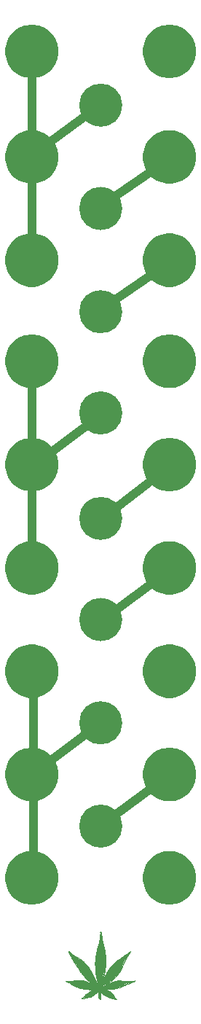
<source format=gbr>
G04 #@! TF.GenerationSoftware,KiCad,Pcbnew,(5.1.5-0)*
G04 #@! TF.CreationDate,2021-01-12T22:03:51-08:00*
G04 #@! TF.ProjectId,divideandconquer,64697669-6465-4616-9e64-636f6e717565,rev?*
G04 #@! TF.SameCoordinates,Original*
G04 #@! TF.FileFunction,Soldermask,Top*
G04 #@! TF.FilePolarity,Negative*
%FSLAX46Y46*%
G04 Gerber Fmt 4.6, Leading zero omitted, Abs format (unit mm)*
G04 Created by KiCad (PCBNEW (5.1.5-0)) date 2021-01-12 22:03:51*
%MOMM*%
%LPD*%
G04 APERTURE LIST*
%ADD10C,1.000000*%
%ADD11C,0.100000*%
%ADD12C,0.000002*%
%ADD13C,0.001000*%
G04 APERTURE END LIST*
D10*
X20100000Y-204750000D02*
X28100000Y-198750000D01*
X12100000Y-198750000D02*
X20100000Y-192750000D01*
X20100000Y-181000000D02*
X28100000Y-175000000D01*
X20350000Y-169000000D02*
X28100000Y-163000000D01*
X12100000Y-163000000D02*
X20100000Y-157000000D01*
X20100000Y-144750000D02*
X28100000Y-139250000D01*
X20100000Y-132750000D02*
X28100000Y-127250000D01*
X11850000Y-127000000D02*
X20100000Y-121000000D01*
X12100000Y-175000000D02*
X12100000Y-151250000D01*
X12250000Y-210500000D02*
X12250000Y-186750000D01*
X12100000Y-114750000D02*
X12100000Y-139000000D01*
X22100000Y-204750000D02*
G75*
G03X22100000Y-204750000I-2000000J0D01*
G01*
X22100000Y-192750000D02*
G75*
G03X22100000Y-192750000I-2000000J0D01*
G01*
X22100000Y-180750000D02*
G75*
G03X22100000Y-180750000I-2000000J0D01*
G01*
X22100000Y-169000000D02*
G75*
G03X22100000Y-169000000I-2000000J0D01*
G01*
X22100000Y-156750000D02*
G75*
G03X22100000Y-156750000I-2000000J0D01*
G01*
X22100000Y-145000000D02*
G75*
G03X22100000Y-145000000I-2000000J0D01*
G01*
X22100000Y-133000000D02*
G75*
G03X22100000Y-133000000I-2000000J0D01*
G01*
X22100000Y-121000000D02*
G75*
G03X22100000Y-121000000I-2000000J0D01*
G01*
D11*
G36*
X20660400Y-223747650D02*
G01*
X21212850Y-224027050D01*
X21539875Y-224354075D01*
X21674813Y-224584263D01*
X21906588Y-224854138D01*
X21600200Y-224770000D01*
X21346200Y-224693800D01*
X21168400Y-224630300D01*
X20793750Y-224496950D01*
X20434975Y-224303275D01*
X20174625Y-224017525D01*
X20050800Y-223855600D01*
X20114300Y-223893700D01*
X20088900Y-223830200D01*
X20152400Y-223658750D01*
X20660400Y-223747650D01*
G37*
X20660400Y-223747650D02*
X21212850Y-224027050D01*
X21539875Y-224354075D01*
X21674813Y-224584263D01*
X21906588Y-224854138D01*
X21600200Y-224770000D01*
X21346200Y-224693800D01*
X21168400Y-224630300D01*
X20793750Y-224496950D01*
X20434975Y-224303275D01*
X20174625Y-224017525D01*
X20050800Y-223855600D01*
X20114300Y-223893700D01*
X20088900Y-223830200D01*
X20152400Y-223658750D01*
X20660400Y-223747650D01*
G36*
X19866650Y-223766700D02*
G01*
X19498350Y-224198500D01*
X19060200Y-224471550D01*
X18679200Y-224611250D01*
X17929900Y-224776350D01*
X18412500Y-224249300D01*
X18806200Y-223982600D01*
X19174500Y-223779400D01*
X19644400Y-223703200D01*
X19669800Y-223703200D01*
X19866650Y-223766700D01*
G37*
X19866650Y-223766700D02*
X19498350Y-224198500D01*
X19060200Y-224471550D01*
X18679200Y-224611250D01*
X17929900Y-224776350D01*
X18412500Y-224249300D01*
X18806200Y-223982600D01*
X19174500Y-223779400D01*
X19644400Y-223703200D01*
X19669800Y-223703200D01*
X19866650Y-223766700D01*
G36*
X23073400Y-222738000D02*
G01*
X23505200Y-222763400D01*
X24083207Y-222773943D01*
X23403600Y-222928500D01*
X22971800Y-223119000D01*
X22628900Y-223334900D01*
X22209800Y-223500000D01*
X21676400Y-223588900D01*
X21231900Y-223614300D01*
X20654050Y-223595250D01*
X20076200Y-223576200D01*
X20012700Y-223500000D01*
X20228600Y-223436500D01*
X20235585Y-223385700D01*
X20551815Y-223258700D01*
X21085850Y-223030100D01*
X21638300Y-222826900D01*
X22032000Y-222712600D01*
X22476500Y-222712600D01*
X23073400Y-222738000D01*
G37*
X23073400Y-222738000D02*
X23505200Y-222763400D01*
X24083207Y-222773943D01*
X23403600Y-222928500D01*
X22971800Y-223119000D01*
X22628900Y-223334900D01*
X22209800Y-223500000D01*
X21676400Y-223588900D01*
X21231900Y-223614300D01*
X20654050Y-223595250D01*
X20076200Y-223576200D01*
X20012700Y-223500000D01*
X20228600Y-223436500D01*
X20235585Y-223385700D01*
X20551815Y-223258700D01*
X21085850Y-223030100D01*
X21638300Y-222826900D01*
X22032000Y-222712600D01*
X22476500Y-222712600D01*
X23073400Y-222738000D01*
G36*
X23060700Y-220083700D02*
G01*
X22819400Y-220579000D01*
X22616200Y-221036200D01*
X22355850Y-221556900D01*
X22082800Y-221912500D01*
X21771650Y-222325250D01*
X21301750Y-222718950D01*
X20800100Y-223055500D01*
X19695200Y-223652400D01*
X19720600Y-223322200D01*
X20025400Y-223271400D01*
X20273050Y-222833250D01*
X20488950Y-222369700D01*
X20654050Y-222039500D01*
X20838200Y-221747400D01*
X21003300Y-221429900D01*
X21282700Y-221074300D01*
X21562100Y-220756800D01*
X21892300Y-220464700D01*
X22235200Y-220236100D01*
X22616200Y-219982100D01*
X23009900Y-219715400D01*
X23543300Y-219321700D01*
X23060700Y-220083700D01*
G37*
X23060700Y-220083700D02*
X22819400Y-220579000D01*
X22616200Y-221036200D01*
X22355850Y-221556900D01*
X22082800Y-221912500D01*
X21771650Y-222325250D01*
X21301750Y-222718950D01*
X20800100Y-223055500D01*
X19695200Y-223652400D01*
X19720600Y-223322200D01*
X20025400Y-223271400D01*
X20273050Y-222833250D01*
X20488950Y-222369700D01*
X20654050Y-222039500D01*
X20838200Y-221747400D01*
X21003300Y-221429900D01*
X21282700Y-221074300D01*
X21562100Y-220756800D01*
X21892300Y-220464700D01*
X22235200Y-220236100D01*
X22616200Y-219982100D01*
X23009900Y-219715400D01*
X23543300Y-219321700D01*
X23060700Y-220083700D01*
G36*
X20215900Y-217950100D02*
G01*
X20317500Y-218432700D01*
X20431800Y-218889900D01*
X20514350Y-219220100D01*
X20577850Y-219601100D01*
X20622300Y-220121800D01*
X20622300Y-220655200D01*
X20571500Y-221239400D01*
X20508000Y-221760100D01*
X20365125Y-222255400D01*
X20066675Y-223271400D01*
X19853950Y-223220600D01*
X19619000Y-222306200D01*
X19445962Y-221442600D01*
X19461837Y-220655200D01*
X19514225Y-219994800D01*
X19676150Y-219220100D01*
X19911100Y-218407300D01*
X20038100Y-217632600D01*
X20101600Y-217111900D01*
X20215900Y-217950100D01*
G37*
X20215900Y-217950100D02*
X20317500Y-218432700D01*
X20431800Y-218889900D01*
X20514350Y-219220100D01*
X20577850Y-219601100D01*
X20622300Y-220121800D01*
X20622300Y-220655200D01*
X20571500Y-221239400D01*
X20508000Y-221760100D01*
X20365125Y-222255400D01*
X20066675Y-223271400D01*
X19853950Y-223220600D01*
X19619000Y-222306200D01*
X19445962Y-221442600D01*
X19461837Y-220655200D01*
X19514225Y-219994800D01*
X19676150Y-219220100D01*
X19911100Y-218407300D01*
X20038100Y-217632600D01*
X20101600Y-217111900D01*
X20215900Y-217950100D01*
G36*
X16596400Y-219524900D02*
G01*
X16913900Y-219766200D01*
X17479050Y-220083700D01*
X18075950Y-220515500D01*
X18450600Y-220896500D01*
X18850650Y-221461650D01*
X19447550Y-222642750D01*
X19746000Y-223207900D01*
X19758700Y-223220600D01*
X19428500Y-223246000D01*
X19326900Y-223195200D01*
X18971300Y-222947550D01*
X18564900Y-222579250D01*
X18234700Y-222230000D01*
X17879100Y-221798200D01*
X17599700Y-221379100D01*
X17409200Y-221125100D01*
X17155200Y-220667900D01*
X16901200Y-220299600D01*
X16659900Y-219880500D01*
X16380500Y-219321700D01*
X16596400Y-219524900D01*
G37*
X16596400Y-219524900D02*
X16913900Y-219766200D01*
X17479050Y-220083700D01*
X18075950Y-220515500D01*
X18450600Y-220896500D01*
X18850650Y-221461650D01*
X19447550Y-222642750D01*
X19746000Y-223207900D01*
X19758700Y-223220600D01*
X19428500Y-223246000D01*
X19326900Y-223195200D01*
X18971300Y-222947550D01*
X18564900Y-222579250D01*
X18234700Y-222230000D01*
X17879100Y-221798200D01*
X17599700Y-221379100D01*
X17409200Y-221125100D01*
X17155200Y-220667900D01*
X16901200Y-220299600D01*
X16659900Y-219880500D01*
X16380500Y-219321700D01*
X16596400Y-219524900D01*
G36*
X18002925Y-222703075D02*
G01*
X18339475Y-222798325D01*
X18603000Y-222890400D01*
X19301500Y-223296800D01*
X19331980Y-223324740D01*
X19339600Y-223309500D01*
X19339600Y-223322200D01*
X19331980Y-223324740D01*
X19250700Y-223487300D01*
X19644400Y-223627000D01*
X19434850Y-223652400D01*
X19041150Y-223677800D01*
X18564900Y-223677800D01*
X18120400Y-223614300D01*
X17637800Y-223500000D01*
X17244100Y-223385700D01*
X16837700Y-223157100D01*
X16520200Y-222928500D01*
X16113800Y-222801500D01*
X16761500Y-222750700D01*
X17294900Y-222712600D01*
X17758450Y-222706250D01*
X18002925Y-222703075D01*
G37*
X18002925Y-222703075D02*
X18339475Y-222798325D01*
X18603000Y-222890400D01*
X19301500Y-223296800D01*
X19331980Y-223324740D01*
X19339600Y-223309500D01*
X19339600Y-223322200D01*
X19331980Y-223324740D01*
X19250700Y-223487300D01*
X19644400Y-223627000D01*
X19434850Y-223652400D01*
X19041150Y-223677800D01*
X18564900Y-223677800D01*
X18120400Y-223614300D01*
X17637800Y-223500000D01*
X17244100Y-223385700D01*
X16837700Y-223157100D01*
X16520200Y-222928500D01*
X16113800Y-222801500D01*
X16761500Y-222750700D01*
X17294900Y-222712600D01*
X17758450Y-222706250D01*
X18002925Y-222703075D01*
G36*
X20000000Y-223284100D02*
G01*
X19788862Y-223477775D01*
X20007937Y-223573025D01*
X20758825Y-224115950D01*
X20577850Y-224211200D01*
X20000000Y-223754000D01*
X20012700Y-224846200D01*
X19898400Y-224706500D01*
X19892050Y-223817500D01*
X19936500Y-223817500D01*
X19555500Y-223601600D01*
X19269750Y-223449200D01*
X19434850Y-223169800D01*
X20000000Y-223284100D01*
G37*
X20000000Y-223284100D02*
X19788862Y-223477775D01*
X20007937Y-223573025D01*
X20758825Y-224115950D01*
X20577850Y-224211200D01*
X20000000Y-223754000D01*
X20012700Y-224846200D01*
X19898400Y-224706500D01*
X19892050Y-223817500D01*
X19936500Y-223817500D01*
X19555500Y-223601600D01*
X19269750Y-223449200D01*
X19434850Y-223169800D01*
X20000000Y-223284100D01*
D12*
X19479586Y-221596968D02*
X19486414Y-221663404D01*
X16060628Y-222785206D02*
G75*
G02X16062745Y-222780474I8833J-1112D01*
G01*
X16062745Y-222780475D02*
G75*
G02X16067170Y-222777659I6961J-6056D01*
G01*
X16067171Y-222777659D02*
G75*
G02X16076272Y-222775641I21302J-74534D01*
G01*
X16119176Y-222769928D02*
X16076272Y-222775641D01*
X16175382Y-222764579D02*
X16119176Y-222769928D01*
X16249523Y-222759059D02*
X16175382Y-222764579D01*
X16350810Y-222752773D02*
X16249523Y-222759059D01*
X16464250Y-222745535D02*
X16350810Y-222752773D01*
X16555159Y-222738329D02*
X16464250Y-222745535D01*
X16635946Y-222730142D02*
X16555159Y-222738329D01*
X16717522Y-222719967D02*
X16635946Y-222730142D01*
X16795588Y-222710763D02*
X16717522Y-222719967D01*
X16894548Y-222701810D02*
X16795588Y-222710763D01*
X17002731Y-222693949D02*
X16894548Y-222701810D01*
X17110022Y-222688039D02*
X17002731Y-222693949D01*
X17158893Y-222685783D02*
X17110022Y-222688039D01*
X17228084Y-222682592D02*
X17158893Y-222685783D01*
X17303746Y-222679104D02*
X17228084Y-222682592D01*
X17375022Y-222675821D02*
X17303746Y-222679104D01*
X17542892Y-222668843D02*
X17375022Y-222675821D01*
X17717753Y-222663052D02*
X17542892Y-222668843D01*
X17891324Y-222658069D02*
X17717753Y-222663052D01*
X17891324Y-222658069D02*
G75*
G02X17900393Y-222660507I462J-16364D01*
G01*
X17903889Y-222661762D02*
G75*
G02X17900393Y-222660507I1209J8867D01*
G01*
X17919388Y-222663775D02*
X17903889Y-222661762D01*
X17937771Y-222665819D02*
X17919388Y-222663775D01*
X17958715Y-222667713D02*
X17937771Y-222665819D01*
X19470054Y-221487481D02*
X19472649Y-221517124D01*
X20612378Y-223647086D02*
X20657522Y-223650622D01*
X20563537Y-223643388D02*
X20612378Y-223647086D01*
X20518194Y-223640058D02*
X20563537Y-223643388D01*
X20485022Y-223637755D02*
X20518194Y-223640058D01*
X20453615Y-223635486D02*
X20485022Y-223637755D01*
X20414584Y-223632326D02*
X20453615Y-223635486D01*
X20374606Y-223628849D02*
X20414584Y-223632326D01*
X20340022Y-223625579D02*
X20374606Y-223628849D01*
X20278512Y-223620402D02*
X20340022Y-223625579D01*
X20226901Y-223618134D02*
X20278512Y-223620402D01*
X18831364Y-221380665D02*
X18702584Y-221173051D01*
X18960123Y-221610277D02*
X18831364Y-221380665D01*
X20263811Y-223644985D02*
X20225611Y-223637712D01*
X20301820Y-223651668D02*
X20263811Y-223644985D01*
X20327522Y-223655429D02*
X20301820Y-223651668D01*
X20327522Y-223655429D02*
G75*
G02X20415850Y-223671576I-96572J-777952D01*
G01*
X20542223Y-223704860D02*
X20415850Y-223671576D01*
X20681550Y-223747366D02*
X20542223Y-223704860D01*
X20815022Y-223794009D02*
X20681550Y-223747366D01*
X20858649Y-223811046D02*
X20815022Y-223794009D01*
X20904637Y-223830487D02*
X20858649Y-223811046D01*
X20952079Y-223851930D02*
X20904637Y-223830487D01*
X21000085Y-223874987D02*
X20952079Y-223851930D01*
X21000085Y-223874988D02*
G75*
G02X21152408Y-223962179I-639105J-1293158D01*
G01*
X19600081Y-222347260D02*
X19602098Y-222357528D01*
X22620021Y-221015299D02*
G75*
G02X22619743Y-221016562I-3003J0D01*
G01*
X22611209Y-221034952D02*
X22619743Y-221016562D01*
X22601523Y-221055632D02*
X22611209Y-221034952D01*
X22590022Y-221079870D02*
X22601523Y-221055632D01*
X22578521Y-221104146D02*
X22590022Y-221079870D01*
X22568834Y-221124951D02*
X22578521Y-221104146D01*
X22560385Y-221143329D02*
X22568834Y-221124951D01*
X22560021Y-221144995D02*
G75*
G02X22560385Y-221143329I3995J0D01*
G01*
X22560021Y-221144995D02*
G75*
G02X22559292Y-221148297I-7840J0D01*
G01*
X22520677Y-221231421D02*
X22559292Y-221148297D01*
X22477758Y-221323339D02*
X22520677Y-221231421D01*
X22427442Y-221430277D02*
X22477758Y-221323339D01*
X22404537Y-221478174D02*
X22427442Y-221430277D01*
X22376801Y-221534980D02*
X22404537Y-221478174D01*
X22347730Y-221593998D02*
X22376801Y-221534980D01*
X22347731Y-221593997D02*
G75*
G02X22345022Y-221597777I-12801J6311D01*
G01*
X22343589Y-221599614D02*
G75*
G02X22345022Y-221597777I8150J-4881D01*
G01*
X22340177Y-221605418D02*
X22343588Y-221599615D01*
X22336238Y-221612435D02*
X22340177Y-221605418D01*
X22332041Y-221620277D02*
X22336238Y-221612435D01*
X22323008Y-221637116D02*
X22332041Y-221620277D01*
X22312309Y-221656309D02*
X22323008Y-221637116D01*
X22301117Y-221675799D02*
X22312309Y-221656309D01*
X22290563Y-221693576D02*
X22301117Y-221675799D01*
X22286359Y-221700601D02*
X22290563Y-221693576D01*
X22279895Y-221711546D02*
X22286359Y-221700601D01*
X22272630Y-221723921D02*
X22279895Y-221711546D01*
X22265538Y-221736076D02*
X22272630Y-221723921D01*
X22265539Y-221736076D02*
G75*
G02X22176513Y-221874537I-1594117J927112D01*
G01*
X22060765Y-222028716D02*
X22176513Y-221874537D01*
X21929379Y-222185115D02*
X22060765Y-222028716D01*
X21792561Y-222330767D02*
X21929379Y-222185115D01*
X21792561Y-222330767D02*
G75*
G02X21512462Y-222588051I-2992746J2977019D01*
G01*
X21202444Y-222826945D02*
X21512462Y-222588051D01*
X20846530Y-223058868D02*
X21202444Y-222826945D01*
X20427522Y-223295384D02*
X20846530Y-223058868D01*
X20407210Y-223306206D02*
X20427522Y-223295384D01*
X20383256Y-223319049D02*
X20407210Y-223306206D01*
X20359541Y-223331825D02*
X20383256Y-223319049D01*
X20340022Y-223342411D02*
X20359541Y-223331825D01*
X20322766Y-223351769D02*
X20340022Y-223342411D01*
X20306062Y-223360749D02*
X20322766Y-223351769D01*
X20291782Y-223368359D02*
X20306062Y-223360749D01*
X20284097Y-223372337D02*
X20291782Y-223368359D01*
X20267847Y-223382144D02*
G75*
G02X20284097Y-223372337I73169J-102870D01*
G01*
X20251467Y-223395234D02*
G75*
G02X20267847Y-223382145I125077J-139731D01*
G01*
X20238112Y-223408375D02*
G75*
G02X20251467Y-223395234I145858J-134885D01*
G01*
X20235021Y-223416267D02*
G75*
G02X20238111Y-223408375I11624J0D01*
G01*
X20235871Y-223419781D02*
G75*
G02X20235022Y-223416267I6849J3514D01*
G01*
X20238155Y-223421737D02*
G75*
G02X20235870Y-223419780I1247J3768D01*
G01*
X20242397Y-223422198D02*
G75*
G02X20238155Y-223421737I-1044J10127D01*
G01*
X20249641Y-223421103D02*
G75*
G02X20242398Y-223422199I-15184J75919D01*
G01*
X20268149Y-223415366D02*
G75*
G02X20249641Y-223421104I-36945J86448D01*
G01*
X20328992Y-223389023D02*
X20268149Y-223415366D01*
X20396972Y-223358528D02*
X20328992Y-223389023D01*
X20465022Y-223326643D02*
X20396972Y-223358528D01*
X20488044Y-223315656D02*
X20465022Y-223326643D01*
X20513850Y-223303400D02*
X20488044Y-223315656D01*
X20538478Y-223291750D02*
X20513850Y-223303400D01*
X20557522Y-223282798D02*
X20538478Y-223291750D01*
X20577497Y-223273393D02*
X20557522Y-223282798D01*
X20605600Y-223260054D02*
X20577497Y-223273393D01*
X20636247Y-223245444D02*
X20605600Y-223260054D01*
X20665022Y-223231661D02*
X20636247Y-223245444D01*
X20719936Y-223205361D02*
X20665022Y-223231661D01*
X20761702Y-223185535D02*
X20719936Y-223205361D01*
X20796707Y-223169148D02*
X20761702Y-223185535D01*
X20830022Y-223153816D02*
X20796707Y-223169148D01*
X20865354Y-223137574D02*
X20830022Y-223153816D01*
X20931774Y-223106749D02*
X20865354Y-223137574D01*
X20999694Y-223075132D02*
X20931774Y-223106749D01*
X21047522Y-223052733D02*
X20999694Y-223075132D01*
X21194502Y-222984657D02*
X21047522Y-223052733D01*
X21345333Y-222916903D02*
X21194502Y-222984657D01*
X21483653Y-222856658D02*
X21345333Y-222916903D01*
X21590022Y-222812680D02*
X21483653Y-222856658D01*
X21643337Y-222791611D02*
X21590022Y-222812680D01*
X21678135Y-222778359D02*
X21643337Y-222791611D01*
X21707932Y-222767769D02*
X21678135Y-222778359D01*
X21742522Y-222756289D02*
X21707932Y-222767769D01*
X21801620Y-222738467D02*
X21742522Y-222756289D01*
X21863071Y-222722384D02*
X21801620Y-222738467D01*
X21924574Y-222708597D02*
X21863071Y-222722384D01*
X21983822Y-222697669D02*
X21924574Y-222708597D01*
X22025789Y-222691782D02*
X21983822Y-222697669D01*
X22061324Y-222688975D02*
X22025789Y-222691782D01*
X22105896Y-222688261D02*
X22061324Y-222688975D01*
X22186322Y-222689370D02*
X22105896Y-222688261D01*
X22243234Y-222690735D02*
X22186322Y-222689370D01*
X22301607Y-222692737D02*
X22243234Y-222690735D01*
X22353546Y-222695032D02*
X22301607Y-222692737D01*
X22387522Y-222697267D02*
X22353546Y-222695032D01*
X22418287Y-222699702D02*
X22387522Y-222697267D01*
X22457662Y-222702627D02*
X22418287Y-222699702D01*
X22498691Y-222705545D02*
X22457662Y-222702627D01*
X22535022Y-222707990D02*
X22498691Y-222705545D01*
X22572057Y-222710418D02*
X22535022Y-222707990D01*
X22615318Y-222713293D02*
X22572057Y-222710418D01*
X22657867Y-222716150D02*
X22615318Y-222713293D01*
X22692522Y-222718510D02*
X22657867Y-222716150D01*
X22745145Y-222720680D02*
X22692522Y-222718510D01*
X22937897Y-222723130D02*
X22745145Y-222720680D01*
X23166132Y-222725346D02*
X22937897Y-222723130D01*
X23422522Y-222726997D02*
X23166132Y-222725346D01*
X23760194Y-222728974D02*
X23422522Y-222726997D01*
X23946598Y-222730953D02*
X23760194Y-222728974D01*
X24075267Y-222733028D02*
X23946598Y-222730953D01*
X24075267Y-222733028D02*
G75*
G02X24088772Y-222736729I-500J-28318D01*
G01*
X24088772Y-222736728D02*
G75*
G02X24097766Y-222745160I-13045J-22929D01*
G01*
X24097766Y-222745160D02*
G75*
G02X24100023Y-222755412I-12281J-8079D01*
G01*
X24100023Y-222755413D02*
G75*
G02X24094871Y-222765674I-18220J2725D01*
G01*
X24094870Y-222765673D02*
G75*
G02X24083207Y-222773943I-29662J29474D01*
G01*
X24083208Y-222773944D02*
G75*
G02X24065174Y-222781131I-63623J133418D01*
G01*
X24000776Y-222801805D02*
X24065174Y-222781131D01*
X23938093Y-222821392D02*
X24000776Y-222801805D01*
X23902522Y-222831377D02*
X23938093Y-222821392D01*
X23773171Y-222868169D02*
X23902522Y-222831377D01*
X23598786Y-222925203D02*
X23773171Y-222868169D01*
X23419767Y-222988251D02*
X23598786Y-222925203D01*
X23272522Y-223045274D02*
X23419767Y-222988251D01*
X23149199Y-223098078D02*
X23272522Y-223045274D01*
X23003927Y-223164591D02*
X23149199Y-223098078D01*
X22862600Y-223232490D02*
X23003927Y-223164591D01*
X22752522Y-223289199D02*
X22862600Y-223232490D01*
X22618504Y-223360433D02*
X22752522Y-223289199D01*
X22533440Y-223402696D02*
X22618504Y-223360433D01*
X22458987Y-223435131D02*
X22533440Y-223402696D01*
X22367522Y-223470178D02*
X22458987Y-223435131D01*
X22292423Y-223497307D02*
X22367522Y-223470178D01*
X22252851Y-223510723D02*
X22292423Y-223497307D01*
X22213400Y-223522598D02*
X22252851Y-223510723D01*
X22140022Y-223543034D02*
X22213400Y-223522598D01*
X22020804Y-223572545D02*
X22140022Y-223543034D01*
X21883620Y-223600279D02*
X22020804Y-223572545D01*
X21745884Y-223623156D02*
X21883620Y-223600279D01*
X21625022Y-223637838D02*
X21745884Y-223623156D01*
X21601013Y-223640138D02*
X21625022Y-223637838D01*
X21566506Y-223643487D02*
X21601013Y-223640138D01*
X21528547Y-223647195D02*
X21566506Y-223643487D01*
X21492522Y-223650739D02*
X21528547Y-223647195D01*
X21358935Y-223658145D02*
X21492522Y-223650739D01*
X21086190Y-223659806D02*
X21358935Y-223658145D01*
X20813070Y-223657895D02*
X21086190Y-223659806D01*
X20657522Y-223650622D02*
X20813070Y-223657895D01*
X20184700Y-223617876D02*
X20226901Y-223618134D01*
X20180021Y-223622584D02*
G75*
G02X20184700Y-223617876I4709J-1D01*
G01*
X20181145Y-223624719D02*
G75*
G02X20180022Y-223622585I1466J2134D01*
G01*
X20185529Y-223627293D02*
G75*
G02X20181144Y-223624719I15819J31971D01*
G01*
X19110636Y-221888155D02*
X19094341Y-221858062D01*
X19121221Y-221907777D02*
X19110636Y-221888155D01*
X20511249Y-222283226D02*
X20464982Y-222380277D01*
X20596807Y-222112328D02*
X20511249Y-222283226D01*
X20683548Y-221941636D02*
X20596807Y-222112328D01*
X20724269Y-221866527D02*
X20683548Y-221941636D01*
X20738678Y-221841366D02*
X20724269Y-221866527D01*
X20749929Y-221821636D02*
X20738678Y-221841366D01*
X20759609Y-221804555D02*
X20749929Y-221821636D01*
X20769048Y-221787777D02*
X20759609Y-221804555D01*
X20775983Y-221775624D02*
X20769048Y-221787777D01*
X20787590Y-221755731D02*
X20775983Y-221775624D01*
X20800976Y-221732985D02*
X20787590Y-221755731D01*
X20814458Y-221710277D02*
X20800976Y-221732985D01*
X20827575Y-221688268D02*
X20814458Y-221710277D01*
X20839864Y-221667624D02*
X20827575Y-221688268D01*
X20850197Y-221650243D02*
X20839864Y-221667624D01*
X20854889Y-221642307D02*
X20850197Y-221650243D01*
X20899259Y-221570233D02*
X20854889Y-221642307D01*
X20962393Y-221473837D02*
X20899259Y-221570233D01*
X21029939Y-221374271D02*
X20962393Y-221473837D01*
X21089543Y-221290277D02*
X21029939Y-221374271D01*
X21146819Y-221213641D02*
X21089543Y-221290277D01*
X21217177Y-221123061D02*
X21146819Y-221213641D01*
X21284639Y-221038542D02*
X21217177Y-221123061D01*
X21327847Y-220987777D02*
X21284639Y-221038542D01*
X22635064Y-220981889D02*
X22644416Y-220961958D01*
X22627187Y-220998945D02*
X22635064Y-220981889D01*
X22620294Y-221014044D02*
X22627187Y-220998945D01*
X22620022Y-221015299D02*
G75*
G02X22620294Y-221014044I3026J0D01*
G01*
X19075985Y-221824222D02*
X19058037Y-221791194D01*
X19094341Y-221858062D02*
X19075985Y-221824222D01*
X21912904Y-224882618D02*
G75*
G02X21912962Y-224890934I-10582J-4233D01*
G01*
X21912961Y-224890934D02*
G75*
G02X21910571Y-224893771I-5287J2029D01*
G01*
X21910571Y-224893771D02*
G75*
G02X21905675Y-224895933I-11328J19028D01*
G01*
X21905675Y-224895934D02*
G75*
G02X21898837Y-224897326I-10822J35655D01*
G01*
X21898838Y-224897325D02*
G75*
G02X21890414Y-224897777I-8424J78322D01*
G01*
X20393609Y-222541378D02*
X20385721Y-222560277D01*
X20420843Y-222479384D02*
X20393609Y-222541378D01*
X20447720Y-222418594D02*
X20420843Y-222479384D01*
X20464982Y-222380277D02*
X20447720Y-222418594D01*
X21890414Y-224897778D02*
G75*
G02X21875921Y-224896825I0J110737D01*
G01*
X21875921Y-224896825D02*
G75*
G02X21863016Y-224893965I9971J75534D01*
G01*
X21863016Y-224893965D02*
G75*
G02X21846281Y-224887761I53575J170197D01*
G01*
X21815022Y-224874046D02*
X21846281Y-224887761D01*
X21751838Y-224847762D02*
X21815022Y-224874046D01*
X21685736Y-224824319D02*
X21751838Y-224847762D01*
X21614120Y-224802862D02*
X21685736Y-224824319D01*
X21534294Y-224782548D02*
X21614120Y-224802862D01*
X21397606Y-224749292D02*
X21534294Y-224782548D01*
X19130128Y-221924323D02*
X19121221Y-221907777D01*
X19140235Y-221943074D02*
X19130128Y-221924323D01*
X20253305Y-222886243D02*
X20244490Y-222906661D01*
X20263179Y-222862378D02*
X20253305Y-222886243D01*
X20274497Y-222834151D02*
X20263179Y-222862378D01*
X20287768Y-222800277D02*
X20274497Y-222834151D01*
X20293655Y-222785324D02*
X20287768Y-222800277D01*
X20300109Y-222769333D02*
X20293655Y-222785324D01*
X20306173Y-222754627D02*
X20300109Y-222769333D01*
X21152408Y-223962178D02*
G75*
G02X21290509Y-224065987I-743206J-1132487D01*
G01*
X21290509Y-224065987D02*
G75*
G02X21408604Y-224181641I-808447J-943632D01*
G01*
X21408604Y-224181641D02*
G75*
G02X21501099Y-224304225I-691614J-618042D01*
G01*
X21593113Y-224447827D02*
X21501099Y-224304225D01*
X21658325Y-224544131D02*
X21593113Y-224447827D01*
X21719278Y-224626381D02*
X21658325Y-224544131D01*
X21794380Y-224720045D02*
X21719278Y-224626381D01*
X21837947Y-224772822D02*
X21794380Y-224720045D01*
X21851771Y-224789809D02*
X21837947Y-224772822D01*
X21862079Y-224803035D02*
X21851771Y-224789809D01*
X19634498Y-219270277D02*
X19620636Y-219320269D01*
X20310691Y-222744082D02*
X20306173Y-222754627D01*
X20314264Y-222735606D02*
X20310691Y-222744082D01*
X20317281Y-222727667D02*
X20314264Y-222735606D01*
X20319553Y-222720959D02*
X20317281Y-222727667D01*
X20320021Y-222717966D02*
G75*
G02X20319553Y-222720959I-9805J0D01*
G01*
X20320021Y-222717965D02*
G75*
G02X20320501Y-222714968I9600J-1D01*
G01*
X20322848Y-222708209D02*
X20320501Y-222714968D01*
X20325958Y-222700210D02*
X20322848Y-222708209D01*
X20329642Y-222691661D02*
X20325958Y-222700210D01*
X20343866Y-222659784D02*
X20329642Y-222691661D01*
X20352969Y-222638632D02*
X20343866Y-222659784D01*
X20359166Y-222623491D02*
X20352969Y-222638632D01*
X20360007Y-222619082D02*
G75*
G02X20359166Y-222623491I-11749J-43D01*
G01*
X20360007Y-222619082D02*
G75*
G02X20360459Y-222616632I6738J25D01*
G01*
X20363194Y-222609786D02*
X20360459Y-222616632D01*
X20366707Y-222601673D02*
X20363194Y-222609786D01*
X20370874Y-222592777D02*
X20366707Y-222601673D01*
X20375330Y-222583430D02*
X20370874Y-222592777D01*
X20379723Y-222573949D02*
X20375330Y-222583430D01*
X20383495Y-222565577D02*
X20379723Y-222573949D01*
X20385721Y-222560277D02*
X20383495Y-222565577D01*
X21877281Y-224823316D02*
X21862079Y-224803035D01*
X21893683Y-224846689D02*
X21877281Y-224823316D01*
X21893683Y-224846690D02*
G75*
G02X21905528Y-224866666I-194982J-129113D01*
G01*
X21905528Y-224866666D02*
G75*
G02X21912903Y-224882618I-148143J-78170D01*
G01*
X21337272Y-220977192D02*
X21327847Y-220987777D01*
X21357031Y-220954856D02*
X21337272Y-220977192D01*
X21380430Y-220928361D02*
X21357031Y-220954856D01*
X21405193Y-220900277D02*
X21380430Y-220928361D01*
X21513704Y-220783304D02*
X21405193Y-220900277D01*
X21646053Y-220652079D02*
X21513704Y-220783304D01*
X21777297Y-220530085D02*
X21646053Y-220652079D01*
X21880250Y-220444220D02*
X21777297Y-220530085D01*
X21967428Y-220378727D02*
X21880250Y-220444220D01*
X22046415Y-220323278D02*
X21967428Y-220378727D01*
X22148457Y-220256351D02*
X22046415Y-220323278D01*
X22327522Y-220142769D02*
X22148457Y-220256351D01*
X22389629Y-220103344D02*
X22327522Y-220142769D01*
X22456365Y-220060469D02*
X22389629Y-220103344D01*
X22517965Y-220020471D02*
X22456365Y-220060469D01*
X22562522Y-219990991D02*
X22517965Y-220020471D01*
X22697222Y-219899298D02*
X22562522Y-219990991D01*
X22820866Y-219812251D02*
X22697222Y-219899298D01*
X22968690Y-219704774D02*
X22820866Y-219812251D01*
X23190022Y-219540957D02*
X22968690Y-219704774D01*
X23233928Y-219508350D02*
X23190022Y-219540957D01*
X23276959Y-219476446D02*
X23233928Y-219508350D01*
X23314011Y-219449020D02*
X23276959Y-219476446D01*
X23335022Y-219433543D02*
X23314011Y-219449020D01*
X23351209Y-219421646D02*
X23335022Y-219433543D01*
X23368850Y-219408643D02*
X23351209Y-219421646D01*
X23385320Y-219396471D02*
X23368850Y-219408643D01*
X23397522Y-219387414D02*
X23385320Y-219396471D01*
X23437477Y-219359270D02*
X23397522Y-219387414D01*
X23492952Y-219323208D02*
X23437477Y-219359270D01*
X23549438Y-219287759D02*
X23492952Y-219323208D01*
X23549438Y-219287760D02*
G75*
G02X23564761Y-219281269I28471J-45884D01*
G01*
X23564761Y-219281268D02*
G75*
G02X23577504Y-219279947I10974J-43717D01*
G01*
X23577504Y-219279947D02*
G75*
G02X23584070Y-219284069I-305J-7776D01*
G01*
X23584070Y-219284070D02*
G75*
G02X23584527Y-219292656I-8997J-4784D01*
G01*
X23584527Y-219292655D02*
G75*
G02X23577667Y-219305539I-63438J25510D01*
G01*
X23565329Y-219322507D02*
X23577667Y-219305539D01*
X23545976Y-219346851D02*
X23565329Y-219322507D01*
X23526429Y-219370518D02*
X23545976Y-219346851D01*
X23526429Y-219370517D02*
G75*
G02X23516963Y-219380277I-72727J61071D01*
G01*
X23499895Y-219398072D02*
G75*
G02X23516963Y-219380277I123500J-101373D01*
G01*
X23445948Y-219464257D02*
X23499895Y-219398072D01*
X23391922Y-219531904D02*
X23445948Y-219464257D01*
X23351038Y-219585277D02*
X23391922Y-219531904D01*
X23274034Y-219693698D02*
X23351038Y-219585277D01*
X23213980Y-219789678D02*
X23274034Y-219693698D01*
X23148409Y-219910452D02*
X23213980Y-219789678D01*
X23045463Y-220115277D02*
X23148409Y-219910452D01*
X23012314Y-220182396D02*
X23045463Y-220115277D01*
X22982337Y-220243418D02*
X23012314Y-220182396D01*
X22957300Y-220294652D02*
X22982337Y-220243418D01*
X22948740Y-220312777D02*
X22957300Y-220294652D01*
X22933870Y-220344997D02*
X22948740Y-220312777D01*
X22898656Y-220420485D02*
X22933870Y-220344997D01*
X22863434Y-220495815D02*
X22898656Y-220420485D01*
X22842505Y-220540277D02*
X22863434Y-220495815D01*
X22836270Y-220553483D02*
X22842505Y-220540277D01*
X22826572Y-220574090D02*
X22836270Y-220553483D01*
X22815623Y-220597387D02*
X22826572Y-220574090D01*
X22804881Y-220620277D02*
X22815623Y-220597387D01*
X22752656Y-220731614D02*
X22804881Y-220620277D01*
X22705466Y-220832138D02*
X22752656Y-220731614D01*
X22666565Y-220914935D02*
X22705466Y-220832138D01*
X22644416Y-220961958D02*
X22666565Y-220914935D01*
X19456089Y-220270173D02*
X19450432Y-220347777D01*
X19491414Y-219934273D02*
X19489359Y-219951746D01*
X19499812Y-221775277D02*
X19502112Y-221791881D01*
X17220022Y-223404199D02*
X17285345Y-223431444D01*
X17172193Y-223382386D02*
X17220022Y-223404199D01*
X17096008Y-223345116D02*
X17172193Y-223382386D01*
X17013874Y-223304229D02*
X17096008Y-223345116D01*
X17958715Y-222667712D02*
G75*
G02X18037077Y-222677867I-68767J-838110D01*
G01*
X18134167Y-222697547D02*
X18037077Y-222677867D01*
X18238541Y-222723880D02*
X18134167Y-222697547D01*
X18340022Y-222754629D02*
X18238541Y-222723880D01*
X18411345Y-222778648D02*
X18340022Y-222754629D01*
X18462918Y-222797344D02*
X18411345Y-222778648D01*
X18514767Y-222818060D02*
X18462918Y-222797344D01*
X18587522Y-222848978D02*
X18514767Y-222818060D01*
X18636095Y-222871297D02*
X18587522Y-222848978D01*
X18722054Y-222913707D02*
X18636095Y-222871297D01*
X18807800Y-222957003D02*
X18722054Y-222913707D01*
X18857522Y-222983724D02*
X18807800Y-222957003D01*
X18874485Y-222993290D02*
X18857522Y-222983724D01*
X18892381Y-223003359D02*
X18874485Y-222993290D01*
X18908665Y-223012503D02*
X18892381Y-223003359D01*
X18920022Y-223018855D02*
X18908665Y-223012503D01*
X18967579Y-223046350D02*
X18920022Y-223018855D01*
X19029264Y-223083880D02*
X18967579Y-223046350D01*
X19094127Y-223124579D02*
X19029264Y-223083880D01*
X19152522Y-223162529D02*
X19094127Y-223124579D01*
X19269621Y-223239782D02*
X19152522Y-223162529D01*
X19284217Y-223242895D02*
G75*
G02X19269621Y-223239782I-3296J20324D01*
G01*
X19285880Y-223236626D02*
G75*
G02X19284217Y-223242894I-2231J-2763D01*
G01*
X19186635Y-223156997D02*
X19285879Y-223236626D01*
X19076355Y-223068615D02*
X19186635Y-223156997D01*
X18955655Y-222971064D02*
X19076355Y-223068615D01*
X18846190Y-222882022D02*
X18955655Y-222971064D01*
X18797522Y-222841366D02*
X18846190Y-222882022D01*
X18560218Y-222628564D02*
X18797522Y-222841366D01*
X18331976Y-222403889D02*
X18560218Y-222628564D01*
X18126302Y-222181368D02*
X18331976Y-222403889D01*
X17957522Y-221975413D02*
X18126302Y-222181368D01*
X17947035Y-221961730D02*
X17957522Y-221975413D01*
X17930933Y-221940881D02*
X17947035Y-221961730D01*
X17912804Y-221917489D02*
X17930933Y-221940881D01*
X17895094Y-221894720D02*
X17912804Y-221917489D01*
X17850771Y-221836679D02*
X17895094Y-221894720D01*
X17798022Y-221765362D02*
X17850771Y-221836679D01*
X17743294Y-221689659D02*
X17798022Y-221765362D01*
X17692611Y-221617777D02*
X17743294Y-221689659D01*
X17615794Y-221505183D02*
X17692611Y-221617777D01*
X17503314Y-221336047D02*
X17615794Y-221505183D01*
X17392960Y-221168079D02*
X17503314Y-221336047D01*
X17327810Y-221065811D02*
X17392960Y-221168079D01*
X17312852Y-221041839D02*
X17327810Y-221065811D01*
X17293501Y-221011028D02*
X17312852Y-221041839D01*
X17273210Y-220978853D02*
X17293501Y-221011028D01*
X17255098Y-220950277D02*
X17273210Y-220978853D01*
X17232466Y-220914465D02*
X17255098Y-220950277D01*
X17194344Y-220853699D02*
X17232466Y-220914465D01*
X17150478Y-220783586D02*
X17194344Y-220853699D01*
X17106299Y-220712777D02*
X17150478Y-220783586D01*
X17063762Y-220644522D02*
X17106299Y-220712777D01*
X17024866Y-220582137D02*
X17063762Y-220644522D01*
X16992249Y-220529846D02*
X17024866Y-220582137D01*
X16980010Y-220510277D02*
X16992249Y-220529846D01*
X16937630Y-220441590D02*
X16980010Y-220510277D01*
X16867790Y-220326106D02*
X16937630Y-220441590D01*
X16797729Y-220209490D02*
X16867790Y-220326106D01*
X16772165Y-220165277D02*
X16797729Y-220209490D01*
X16769328Y-220160248D02*
X16772165Y-220165277D01*
X16765217Y-220153074D02*
X16769328Y-220160248D01*
X16760674Y-220145211D02*
X16765217Y-220153074D01*
X16756342Y-220137777D02*
X16760674Y-220145211D01*
X16727044Y-220087083D02*
X16756342Y-220137777D01*
X16668968Y-219985057D02*
X16727044Y-220087083D01*
X16610346Y-219881702D02*
X16668968Y-219985057D01*
X16588754Y-219842777D02*
X16610346Y-219881702D01*
X16579351Y-219825536D02*
X16588754Y-219842777D01*
X16567835Y-219804543D02*
X16579351Y-219825536D01*
X16556140Y-219783314D02*
X16567835Y-219804543D01*
X16546150Y-219765277D02*
X16556140Y-219783314D01*
X16517394Y-219710797D02*
X16546150Y-219765277D01*
X16462647Y-219600518D02*
X16517394Y-219710797D01*
X16402078Y-219477345D02*
X16462647Y-219600518D01*
X16402079Y-219477345D02*
G75*
G02X16400022Y-219468491I18028J8854D01*
G01*
X16399530Y-219465636D02*
G75*
G02X16400022Y-219468491I-8045J-2855D01*
G01*
X16397209Y-219459477D02*
X16399530Y-219465636D01*
X16394113Y-219452210D02*
X16397209Y-219459477D01*
X16390446Y-219444500D02*
X16394113Y-219452210D01*
X16390446Y-219444500D02*
G75*
G02X16375567Y-219410779I353949J176315D01*
G01*
X16362376Y-219372674D02*
X16375567Y-219410779D01*
X16352797Y-219337022D02*
X16362376Y-219372674D01*
X16352798Y-219337021D02*
G75*
G02X16350022Y-219312709I105091J24312D01*
G01*
X16350022Y-219312709D02*
G75*
G02X16352313Y-219301889I26694J0D01*
G01*
X16352313Y-219301889D02*
G75*
G02X16358734Y-219293767I19006J-8428D01*
G01*
X16358734Y-219293767D02*
G75*
G02X16368045Y-219289963I11741J-15439D01*
G01*
X16368045Y-219289963D02*
G75*
G02X16378409Y-219291121I2783J-22042D01*
G01*
X19299378Y-223249505D02*
G75*
G02X19307816Y-223255118I-42084J-72409D01*
G01*
X19293690Y-223248010D02*
G75*
G02X19299378Y-223249505I137J-11046D01*
G01*
X19292163Y-223250169D02*
G75*
G02X19293690Y-223248010I1547J525D01*
G01*
X19295021Y-223255277D02*
G75*
G02X19292163Y-223250169I12406J10295D01*
G01*
X19298004Y-223258135D02*
G75*
G02X19295022Y-223255277I10995J14458D01*
G01*
X19301808Y-223260528D02*
G75*
G02X19298004Y-223258136I11528J22553D01*
G01*
X19305813Y-223262133D02*
G75*
G02X19301808Y-223260528I6762J22671D01*
G01*
X19309384Y-223262619D02*
G75*
G02X19305813Y-223262133I-229J11691D01*
G01*
X19313439Y-223262263D02*
G75*
G02X19309384Y-223262618I-4642J29680D01*
G01*
X19314221Y-223261131D02*
G75*
G02X19313438Y-223262263I-929J-194D01*
G01*
X19313100Y-223259282D02*
G75*
G02X19314221Y-223261131I-2062J-2515D01*
G01*
X19307816Y-223255118D02*
X19313100Y-223259282D01*
X20082574Y-217069496D02*
G75*
G02X20091771Y-217060571I24520J-16067D01*
G01*
X20091771Y-217060571D02*
G75*
G02X20102879Y-217057745I10107J-16484D01*
G01*
X20102879Y-217057745D02*
G75*
G02X20113607Y-217061707I-996J-19203D01*
G01*
X20113606Y-217061707D02*
G75*
G02X20121759Y-217071527I-17650J-22947D01*
G01*
X20121760Y-217071527D02*
G75*
G02X20133695Y-217104885I-124673J-63421D01*
G01*
X20149153Y-217180779D02*
X20133695Y-217104885D01*
X20166249Y-217280893D02*
X20149153Y-217180779D01*
X20184771Y-217407777D02*
X20166249Y-217280893D01*
X20189195Y-217439649D02*
X20184771Y-217407777D01*
X20193664Y-217471324D02*
X20189195Y-217439649D01*
X20197609Y-217498853D02*
X20193664Y-217471324D01*
X20200058Y-217515277D02*
X20197609Y-217498853D01*
X20202198Y-217529274D02*
X20200058Y-217515277D01*
X20204846Y-217546746D02*
X20202198Y-217529274D01*
X20207550Y-217564693D02*
X20204846Y-217546746D01*
X20209879Y-217580277D02*
X20207550Y-217564693D01*
X20250474Y-217845675D02*
X20209879Y-217580277D01*
X20282146Y-218033530D02*
X20250474Y-217845675D01*
X20312899Y-218191341D02*
X20282146Y-218033530D01*
X20349454Y-218355379D02*
X20312899Y-218191341D01*
X20374492Y-218458731D02*
X20349454Y-218355379D01*
X20406786Y-218586990D02*
X20374492Y-218458731D01*
X20438947Y-218712230D02*
X20406786Y-218586990D01*
X20449546Y-218747777D02*
X20438947Y-218712230D01*
X20451577Y-218754390D02*
X20449546Y-218747777D01*
X20454324Y-218764684D02*
X20451577Y-218754390D01*
X20457226Y-218776332D02*
X20454324Y-218764684D01*
X20459866Y-218787777D02*
X20457226Y-218776332D01*
X20462509Y-218799406D02*
X20459866Y-218787777D01*
X20465418Y-218811606D02*
X20462509Y-218799406D01*
X20468167Y-218822654D02*
X20465418Y-218811606D01*
X20470219Y-218830277D02*
X20468167Y-218822654D01*
X20491211Y-218911306D02*
X20470219Y-218830277D01*
X20520319Y-219039530D02*
X20491211Y-218911306D01*
X20547583Y-219167148D02*
X20520319Y-219039530D01*
X20560471Y-219240277D02*
X20547583Y-219167148D01*
X20562659Y-219254272D02*
X20560471Y-219240277D01*
X20565675Y-219271746D02*
X20562659Y-219254272D01*
X20568972Y-219289692D02*
X20565675Y-219271746D01*
X20572053Y-219305277D02*
X20568972Y-219289692D01*
X20583969Y-219371401D02*
X20572053Y-219305277D01*
X20598521Y-219470705D02*
X20583969Y-219371401D01*
X20613047Y-219582002D02*
X20598521Y-219470705D01*
X20625375Y-219690277D02*
X20613047Y-219582002D01*
X20633692Y-219777355D02*
X20625375Y-219690277D01*
X20641238Y-219873355D02*
X20633692Y-219777355D01*
X20649412Y-219996795D02*
X20641238Y-219873355D01*
X20659993Y-220175277D02*
X20649412Y-219996795D01*
X20664428Y-220311801D02*
X20659993Y-220175277D01*
X20663207Y-220473699D02*
X20664428Y-220311801D01*
D13*
X20656205Y-220680188D02*
X20663207Y-220473699D01*
X20642243Y-220960277D02*
X20656205Y-220680188D01*
D12*
X20638309Y-221013260D02*
X20642243Y-220960277D01*
X20629073Y-221107488D02*
X20638309Y-221013260D01*
X20618702Y-221204897D02*
X20629073Y-221107488D01*
X20609856Y-221277777D02*
X20618702Y-221204897D01*
X20607613Y-221295020D02*
X20609856Y-221277777D01*
X20604937Y-221316012D02*
X20607613Y-221295020D01*
X20602271Y-221337241D02*
X20604937Y-221316012D01*
X20600050Y-221355277D02*
X20602271Y-221337241D01*
X20597806Y-221372962D02*
X20600050Y-221355277D01*
X20595075Y-221393074D02*
X20597806Y-221372962D01*
X20592299Y-221412476D02*
X20595075Y-221393074D01*
X20589942Y-221427777D02*
X20592299Y-221412476D01*
X20587622Y-221442744D02*
X20589942Y-221427777D01*
X20584972Y-221461012D02*
X20587622Y-221442744D01*
X20582418Y-221479518D02*
X20584972Y-221461012D01*
X20580389Y-221495277D02*
X20582418Y-221479518D01*
X20561335Y-221617675D02*
X20580389Y-221495277D01*
X20521650Y-221819623D02*
X20561335Y-221617675D01*
X20478766Y-222021371D02*
X20521650Y-221819623D01*
X20447485Y-222145277D02*
X20478766Y-222021371D01*
X20444512Y-222155948D02*
X20447485Y-222145277D01*
X20441467Y-222167340D02*
X20444512Y-222155948D01*
X20438776Y-222177807D02*
X20441467Y-222167340D01*
X20436995Y-222185277D02*
X20438776Y-222177807D01*
X20427390Y-222223770D02*
X20436995Y-222185277D01*
X20397648Y-222331388D02*
X20427390Y-222223770D01*
X20367938Y-222437284D02*
X20397648Y-222331388D01*
X20350778Y-222495277D02*
X20367938Y-222437284D01*
X20346460Y-222509274D02*
X20350778Y-222495277D01*
X20341080Y-222526746D02*
X20346460Y-222509274D01*
X20335561Y-222544693D02*
X20341080Y-222526746D01*
X20330776Y-222560277D02*
X20335561Y-222544693D01*
X20313681Y-222614093D02*
X20330776Y-222560277D01*
X20282504Y-222708295D02*
X20313681Y-222614093D01*
X20249871Y-222805470D02*
X20282504Y-222708295D01*
X20224966Y-222877777D02*
X20249871Y-222805470D01*
X20214918Y-222906638D02*
X20224966Y-222877777D01*
X20205745Y-222933387D02*
X20214918Y-222906638D01*
X20198156Y-222955862D02*
X20205745Y-222933387D01*
X20195217Y-222965277D02*
X20198156Y-222955862D01*
X20192515Y-222974002D02*
X20195217Y-222965277D01*
X20186887Y-222990861D02*
X20192515Y-222974002D01*
X20180133Y-223010670D02*
X20186887Y-222990861D01*
X20172951Y-223031307D02*
X20180133Y-223010670D01*
X20155426Y-223084707D02*
X20172951Y-223031307D01*
X20155298Y-223104677D02*
G75*
G02X20155426Y-223084707I33535J9771D01*
G01*
X20162456Y-223105327D02*
G75*
G02X20155299Y-223104677I-3451J1730D01*
G01*
X20182120Y-223062777D02*
X20162455Y-223105327D01*
X20188098Y-223048783D02*
X20182120Y-223062777D01*
X20194664Y-223033598D02*
X20188098Y-223048783D01*
X20200839Y-223019472D02*
X20194664Y-223033598D01*
X20205464Y-223009082D02*
X20200839Y-223019472D01*
X20209124Y-223000664D02*
X20205464Y-223009082D01*
X20212214Y-222992904D02*
X20209124Y-223000664D01*
X20214584Y-222986362D02*
X20212214Y-222992904D01*
X20215021Y-222983771D02*
G75*
G02X20214584Y-222986362I-7897J0D01*
G01*
X20215021Y-222983771D02*
G75*
G02X20215482Y-222981197I7424J0D01*
G01*
X20217959Y-222974785D02*
X20215482Y-222981197D01*
X20221191Y-222967186D02*
X20217959Y-222974785D01*
X20225022Y-222958958D02*
X20221191Y-222967186D01*
X20228851Y-222950659D02*
X20225022Y-222958958D01*
X20232084Y-222942840D02*
X20228851Y-222950659D01*
X20234508Y-222936216D02*
X20232084Y-222942840D01*
X20235021Y-222933153D02*
G75*
G02X20234508Y-222936216I-9398J0D01*
G01*
X20235022Y-222933153D02*
G75*
G02X20235503Y-222930064I10154J0D01*
G01*
X20237803Y-222923264D02*
X20235503Y-222930064D01*
X20240864Y-222915223D02*
X20237803Y-222923264D01*
X20244490Y-222906661D02*
X20240864Y-222915223D01*
X19014682Y-221708855D02*
X19010103Y-221700347D01*
X19014682Y-221708855D02*
G75*
G02X19015022Y-221710212I-2538J-1357D01*
G01*
X19004695Y-221690555D02*
X18998277Y-221679295D01*
X19010103Y-221700347D02*
X19004695Y-221690555D01*
X17013874Y-223304228D02*
G75*
G02X17005022Y-223297537I13556J27135D01*
G01*
X17003092Y-223295897D02*
G75*
G02X17005022Y-223297537I-5453J-8377D01*
G01*
X16995912Y-223291285D02*
X17003091Y-223295898D01*
X16987281Y-223285930D02*
X16995912Y-223291285D01*
X16977522Y-223280101D02*
X16987281Y-223285930D01*
X16967356Y-223274103D02*
X16977522Y-223280101D01*
X16957487Y-223268234D02*
X16967356Y-223274103D01*
X16949047Y-223263177D02*
X16957487Y-223268234D01*
X16944424Y-223260341D02*
X16949047Y-223263177D01*
X16940259Y-223257797D02*
X16944424Y-223260341D01*
X16934094Y-223254150D02*
X16940259Y-223257797D01*
X16927233Y-223250155D02*
X16934094Y-223254150D01*
X16920629Y-223246375D02*
X16927233Y-223250155D01*
X16920629Y-223246375D02*
G75*
G02X16910474Y-223239975I63669J112281D01*
G01*
X16882016Y-223220005D02*
X16910474Y-223239975D01*
X16848261Y-223195940D02*
X16882016Y-223220005D01*
X16811226Y-223169103D02*
X16848261Y-223195940D01*
X16633114Y-223046773D02*
X16811226Y-223169103D01*
X16486099Y-222963678D02*
G75*
G02X16633114Y-223046773I-631554J-1288984D01*
G01*
X16326951Y-222896610D02*
G75*
G02X16486098Y-222963679I-510715J-1434241D01*
G01*
X16108826Y-222824954D02*
X16326951Y-222896611D01*
X16076926Y-222815042D02*
X16108826Y-222824954D01*
X16076927Y-222815042D02*
G75*
G02X16066329Y-222810106I14167J44263D01*
G01*
X16066329Y-222810106D02*
G75*
G02X16061681Y-222804159I5938J9430D01*
G01*
X16061681Y-222804159D02*
G75*
G02X16060076Y-222794254I30438J10015D01*
G01*
X16060076Y-222794254D02*
G75*
G02X16060628Y-222785206I70514J241D01*
G01*
X21285632Y-224719595D02*
X21397606Y-224749292D01*
X21198054Y-224693690D02*
X21285632Y-224719595D01*
X21198055Y-224693690D02*
G75*
G02X21142522Y-224673101I169046J541143D01*
G01*
X21137486Y-224671027D02*
X21142522Y-224673101D01*
X21130318Y-224668265D02*
X21137486Y-224671027D01*
X21122455Y-224665344D02*
X21130318Y-224668265D01*
X21115022Y-224662696D02*
X21122455Y-224665344D01*
X21107177Y-224659863D02*
X21115022Y-224662696D01*
X21098034Y-224656363D02*
X21107177Y-224659863D01*
X21089059Y-224652778D02*
X21098034Y-224656363D01*
X21081766Y-224649691D02*
X21089059Y-224652778D01*
X21075511Y-224647043D02*
X21081766Y-224649691D01*
X21069752Y-224644808D02*
X21075511Y-224647043D01*
X21064899Y-224643092D02*
X21069752Y-224644808D01*
X21062993Y-224642777D02*
G75*
G02X21064899Y-224643092I0J-5933D01*
G01*
X21062993Y-224642778D02*
G75*
G02X21059189Y-224642029I0J10037D01*
G01*
X20964667Y-224603305D02*
X21059189Y-224642029D01*
X20881032Y-224568860D02*
X20964667Y-224603305D01*
X20835022Y-224549343D02*
X20881032Y-224568860D01*
X20784226Y-224526283D02*
X20835022Y-224549343D01*
X20714035Y-224492512D02*
X20784226Y-224526283D01*
X20646005Y-224458811D02*
X20714035Y-224492512D01*
X20610022Y-224439386D02*
X20646005Y-224458811D01*
X20584250Y-224424488D02*
X20610022Y-224439386D01*
X20565712Y-224413819D02*
X20584250Y-224424488D01*
X20552040Y-224406010D02*
X20565712Y-224413819D01*
X20542522Y-224400665D02*
X20552040Y-224406010D01*
X20502423Y-224376144D02*
X20542522Y-224400665D01*
X20452352Y-224341071D02*
X20502423Y-224376144D01*
X20399465Y-224300893D02*
X20452352Y-224341071D01*
X20350022Y-224260105D02*
X20399465Y-224300893D01*
X20350022Y-224260106D02*
G75*
G02X20270238Y-224183873I695822J808099D01*
G01*
X20270238Y-224183873D02*
G75*
G02X20198595Y-224099661I781638J737557D01*
G01*
X20198596Y-224099661D02*
G75*
G02X20135002Y-224007259I878955J673003D01*
G01*
X20135001Y-224007258D02*
G75*
G02X20079292Y-223906527I1044989J643704D01*
G01*
X20066672Y-223882136D02*
X20079292Y-223906527D01*
X20058836Y-223871479D02*
G75*
G02X20066672Y-223882136I-34612J-33661D01*
G01*
X20052757Y-223869559D02*
G75*
G02X20058835Y-223871478I1254J-6611D01*
G01*
X20047112Y-223873439D02*
G75*
G02X20052758Y-223869558I7228J-4468D01*
G01*
X20045653Y-223878424D02*
G75*
G02X20047112Y-223873440I9773J-154D01*
G01*
X20043420Y-224021549D02*
X20045654Y-223878424D01*
X20041301Y-224181187D02*
X20043420Y-224021549D01*
X20039456Y-224369690D02*
X20041301Y-224181187D01*
X20037665Y-224558576D02*
X20039456Y-224369690D01*
X20035717Y-224719472D02*
X20037665Y-224558576D01*
X20033721Y-224862425D02*
X20035717Y-224719472D01*
X20033721Y-224862424D02*
G75*
G02X20032565Y-224871527I-41009J581D01*
G01*
X20032565Y-224871527D02*
G75*
G02X20031012Y-224875830I-20606J5007D01*
G01*
X20031011Y-224875830D02*
G75*
G02X20028627Y-224879473I-15676J7660D01*
G01*
X20028628Y-224879473D02*
G75*
G02X20025815Y-224881944I-9855J8380D01*
G01*
X20025814Y-224881943D02*
G75*
G02X20022998Y-224882777I-2816J4339D01*
G01*
X20022998Y-224882778D02*
G75*
G02X20018527Y-224881046I0J6637D01*
G01*
X19995478Y-224859837D02*
X20018527Y-224881046D01*
X19969013Y-224834616D02*
X19995478Y-224859837D01*
X19938906Y-224804683D02*
X19969013Y-224834616D01*
X19861648Y-224726588D02*
X19938906Y-224804683D01*
X19858335Y-224426359D02*
X19861648Y-224726588D01*
X19857066Y-224301023D02*
X19858335Y-224426359D01*
X19855995Y-224172704D02*
X19857066Y-224301023D01*
X19855237Y-224058674D02*
X19855995Y-224172704D01*
X19855022Y-223984454D02*
X19855237Y-224058674D01*
X19854720Y-223923849D02*
X19855022Y-223984454D01*
X19853728Y-223879717D02*
X19854720Y-223923849D01*
X19852369Y-223844990D02*
X19853728Y-223879717D01*
X19850060Y-223842777D02*
G75*
G02X19852369Y-223844990I-1J-2312D01*
G01*
X19847054Y-223844088D02*
G75*
G02X19850059Y-223842777I3005J-2787D01*
G01*
X19836630Y-223855560D02*
X19847055Y-223844089D01*
X19824618Y-223869615D02*
X19836630Y-223855560D01*
X19811309Y-223886292D02*
X19824618Y-223869615D01*
X19719679Y-223996929D02*
X19811309Y-223886292D01*
X19621336Y-224101497D02*
X19719679Y-223996929D01*
X19522618Y-224193723D02*
X19621336Y-224101497D01*
X19522618Y-224193723D02*
G75*
G02X19430022Y-224266907I-785138J898227D01*
G01*
X19293872Y-224357727D02*
X19430022Y-224266907D01*
X19160543Y-224434003D02*
X19293872Y-224357727D01*
X19020115Y-224500989D02*
X19160543Y-224434003D01*
X18862522Y-224563854D02*
X19020115Y-224500989D01*
X18806592Y-224583017D02*
X18862522Y-224563854D01*
X18714001Y-224612067D02*
X18806592Y-224583017D01*
X18620530Y-224640489D02*
X18714001Y-224612067D01*
X18620531Y-224640489D02*
G75*
G02X18585022Y-224649348I-111894J372905D01*
G01*
X18575788Y-224651427D02*
X18585022Y-224649348D01*
X18526256Y-224663853D02*
X18575788Y-224651427D01*
X18468574Y-224678414D02*
X18526256Y-224663853D01*
X18402522Y-224695214D02*
X18468574Y-224678414D01*
X18335223Y-224712309D02*
X18402522Y-224695214D01*
X18273647Y-224727802D02*
X18335223Y-224712309D01*
X18222000Y-224740673D02*
X18273647Y-224727802D01*
X18202522Y-224745258D02*
X18222000Y-224740673D01*
X18189392Y-224748201D02*
X18202522Y-224745258D01*
X18174725Y-224751527D02*
X18189392Y-224748201D01*
X18160765Y-224754724D02*
X18174725Y-224751527D01*
X18150022Y-224757222D02*
X18160765Y-224754724D01*
X18126495Y-224762411D02*
X18150022Y-224757222D01*
X18069890Y-224774006D02*
X18126495Y-224762411D01*
X18006655Y-224786751D02*
X18069890Y-224774006D01*
X17946570Y-224798613D02*
X18006655Y-224786751D01*
X17930754Y-224801291D02*
X17946570Y-224798613D01*
X17930754Y-224801291D02*
G75*
G02X17919488Y-224802124I-11660J81132D01*
G01*
X17919487Y-224802124D02*
G75*
G02X17910662Y-224801315I-221J46104D01*
G01*
X17910662Y-224801315D02*
G75*
G02X17902820Y-224798823I6419J33790D01*
G01*
X17902820Y-224798822D02*
G75*
G02X17893799Y-224785506I6402J14050D01*
G01*
X17893799Y-224785506D02*
G75*
G02X17899252Y-224766313I31269J1487D01*
G01*
X17899252Y-224766313D02*
G75*
G02X17927331Y-224731110I257590J-176662D01*
G01*
X18009998Y-224642550D02*
X17927331Y-224731110D01*
X18047172Y-224603045D02*
X18009998Y-224642550D01*
X18086499Y-224561019D02*
X18047172Y-224603045D01*
X18122351Y-224522510D02*
X18086499Y-224561019D01*
X18147522Y-224495213D02*
X18122351Y-224522510D01*
X18190178Y-224449392D02*
X18147522Y-224495213D01*
X18226361Y-224412256D02*
X18190178Y-224449392D01*
X18263224Y-224376564D02*
X18226361Y-224412256D01*
X18307926Y-224335277D02*
X18263224Y-224376564D01*
X18327115Y-224317823D02*
X18307926Y-224335277D01*
X18343687Y-224302653D02*
X18327115Y-224317823D01*
X18358008Y-224289477D02*
X18343687Y-224302653D01*
X18360021Y-224287406D02*
G75*
G02X18358008Y-224289477I-19819J17259D01*
G01*
X18360021Y-224287407D02*
G75*
G02X18362103Y-224285349I14795J-12883D01*
G01*
X18380147Y-224270015D02*
X18362103Y-224285349D01*
X18400885Y-224252487D02*
X18380147Y-224270015D01*
X18425022Y-224232231D02*
X18400885Y-224252487D01*
X18530470Y-224147248D02*
X18425022Y-224232231D01*
X18630076Y-224073754D02*
X18530470Y-224147248D01*
X18730113Y-224007287D02*
X18630076Y-224073754D01*
X18836795Y-223943515D02*
X18730113Y-224007287D01*
X18870714Y-223925268D02*
X18836795Y-223943515D01*
X18926262Y-223897389D02*
X18870714Y-223925268D01*
X18982493Y-223869994D02*
X18926262Y-223897389D01*
X19020022Y-223852890D02*
X18982493Y-223869994D01*
X19059757Y-223835775D02*
X19020022Y-223852890D01*
X19079737Y-223827382D02*
X19059757Y-223835775D01*
X19095779Y-223821025D02*
X19079737Y-223827382D01*
X19116272Y-223813347D02*
X19095779Y-223821025D01*
X19129186Y-223808599D02*
X19116272Y-223813347D01*
X19144287Y-223803046D02*
X19129186Y-223808599D01*
X19159151Y-223797580D02*
X19144287Y-223803046D01*
X19171272Y-223793122D02*
X19159151Y-223797580D01*
X19206104Y-223781114D02*
X19171272Y-223793122D01*
X19263274Y-223763030D02*
X19206104Y-223781114D01*
X19320340Y-223745577D02*
X19263274Y-223763030D01*
X19347522Y-223738372D02*
X19320340Y-223745577D01*
X19403341Y-223724277D02*
X19347522Y-223738372D01*
X19468904Y-223705292D02*
X19403341Y-223724277D01*
X19530034Y-223686296D02*
X19468904Y-223705292D01*
X19529691Y-223683050D02*
G75*
G02X19530034Y-223686296I-161J-1658D01*
G01*
X19527681Y-223683099D02*
G75*
G02X19529690Y-223683051I1204J-8298D01*
G01*
X19519709Y-223684287D02*
X19527681Y-223683099D01*
X19510305Y-223685799D02*
X19519709Y-223684287D01*
X19499690Y-223687644D02*
X19510305Y-223685799D01*
X19474754Y-223691359D02*
X19499690Y-223687644D01*
X19430359Y-223696376D02*
X19474754Y-223691359D01*
X19365074Y-223703070D02*
X19430359Y-223696376D01*
X19263645Y-223712894D02*
X19365074Y-223703070D01*
X19235352Y-223715035D02*
X19263645Y-223712894D01*
X19181795Y-223717839D02*
X19235352Y-223715035D01*
X19118915Y-223720681D02*
X19181795Y-223717839D01*
X19053645Y-223723169D02*
X19118915Y-223720681D01*
X18908340Y-223726041D02*
X19053645Y-223723169D01*
X18781748Y-223723781D02*
X18908340Y-223726041D01*
X18636661Y-223715269D02*
X18781748Y-223723781D01*
X18425022Y-223697707D02*
X18636661Y-223715269D01*
X18364771Y-223691119D02*
X18425022Y-223697707D01*
X18281738Y-223679690D02*
X18364771Y-223691119D01*
X18184250Y-223664788D02*
X18281738Y-223679690D01*
X18077522Y-223647109D02*
X18184250Y-223664788D01*
X17971857Y-223627377D02*
X18077522Y-223647109D01*
X17854034Y-223602215D02*
X17971857Y-223627377D01*
X17737305Y-223574654D02*
X17854034Y-223602215D01*
X17635022Y-223547637D02*
X17737305Y-223574654D01*
X17619381Y-223543300D02*
X17635022Y-223547637D01*
X17603397Y-223538981D02*
X17619381Y-223543300D01*
X17589207Y-223535245D02*
X17603397Y-223538981D01*
X17580022Y-223532966D02*
X17589207Y-223535245D01*
X17571722Y-223530851D02*
X17580022Y-223532966D01*
X17561053Y-223527839D02*
X17571722Y-223530851D01*
X17549914Y-223524499D02*
X17561053Y-223527839D01*
X17540022Y-223521321D02*
X17549914Y-223524499D01*
X17528663Y-223517567D02*
X17540022Y-223521321D01*
X17512381Y-223512256D02*
X17528663Y-223517567D01*
X17494485Y-223506458D02*
X17512381Y-223512256D01*
X17477522Y-223501004D02*
X17494485Y-223506458D01*
X17413400Y-223479584D02*
X17477522Y-223501004D01*
X17349573Y-223456485D02*
X17413400Y-223479584D01*
X17285345Y-223431444D02*
X17349573Y-223456485D01*
X20191588Y-223629800D02*
G75*
G02X20185529Y-223627293I15601J46284D01*
G01*
X20198772Y-223631862D02*
G75*
G02X20191589Y-223629800I19033J79840D01*
G01*
X20225611Y-223637712D02*
X20198772Y-223631862D01*
X16378409Y-219291121D02*
G75*
G02X16393800Y-219299519I-19851J-54684D01*
G01*
X16433573Y-219330444D02*
X16393800Y-219299519D01*
X16480950Y-219369163D02*
X16433573Y-219330444D01*
X16533636Y-219414359D02*
X16480950Y-219369163D01*
X16698174Y-219552127D02*
X16533636Y-219414359D01*
X16843791Y-219660502D02*
X16698174Y-219552127D01*
X17012714Y-219769733D02*
X16843791Y-219660502D01*
X17257522Y-219914069D02*
X17012714Y-219769733D01*
X19571306Y-219506615D02*
X19547577Y-219615220D01*
X19494593Y-219906118D02*
X19492916Y-219920277D01*
X19286280Y-222220659D02*
X19246362Y-222142777D01*
X19400735Y-222449065D02*
X19286280Y-222220659D01*
X19593793Y-219422863D02*
X19590420Y-219435871D01*
X19609796Y-222390277D02*
X19612223Y-222399554D01*
X17980696Y-220396196D02*
X17949731Y-220371569D01*
X18034121Y-220440261D02*
X17980696Y-220396196D01*
X19655296Y-219199293D02*
X19640717Y-219248596D01*
X19041545Y-221760738D02*
X19027657Y-221734784D01*
X19058037Y-221791194D02*
X19041545Y-221760738D01*
X19607389Y-222380966D02*
X19609796Y-222390277D01*
X19530667Y-222712450D02*
G75*
G02X19530022Y-222709625I5867J2825D01*
G01*
X19570128Y-222794375D02*
X19530666Y-222712451D01*
X19493686Y-221728002D02*
X19499812Y-221775277D01*
X19590420Y-219435871D02*
X19587276Y-219447511D01*
X19610559Y-219357297D02*
X19602925Y-219386256D01*
X19622102Y-222443678D02*
X19625424Y-222458215D01*
X19619792Y-222432777D02*
X19622102Y-222443678D01*
X19617434Y-222892202D02*
X19570128Y-222794375D01*
X19680900Y-223022769D02*
X19617434Y-222892202D01*
X19994836Y-217595277D02*
X19983743Y-217688355D01*
X18390510Y-220769449D02*
X18307249Y-220684817D01*
X18457941Y-220843323D02*
X18390510Y-220769449D01*
X19015378Y-221711643D02*
G75*
G02X19015022Y-221710212I2699J1431D01*
G01*
X19027657Y-221734784D02*
X19015377Y-221711643D01*
X19457431Y-221334943D02*
X19460146Y-221374262D01*
X19436197Y-220790776D02*
X19441200Y-221010800D01*
X17312323Y-219945700D02*
X17257522Y-219914069D01*
X17365350Y-219976582D02*
X17312323Y-219945700D01*
X17410594Y-220003170D02*
X17365350Y-219976582D01*
X19462884Y-221410118D02*
X19465155Y-221435277D01*
X20064571Y-217113376D02*
G75*
G02X20082574Y-217069496I122645J-24684D01*
G01*
X19983743Y-217688355D02*
X19966692Y-217818323D01*
X19966692Y-217818323D02*
X19948247Y-217952128D01*
X19948247Y-217952128D02*
X19932296Y-218060277D01*
X19594799Y-222321609D02*
X19597913Y-222336189D01*
X19672754Y-219140648D02*
X19655296Y-219199293D01*
X19665004Y-222616641D02*
X19688021Y-222705658D01*
X19652687Y-222567777D02*
X19665004Y-222616641D01*
X19439221Y-220585430D02*
X19436197Y-220790776D01*
X19497211Y-219888074D02*
X19494593Y-219906118D01*
X19596912Y-219410277D02*
X19593793Y-219422863D01*
X18091890Y-220488546D02*
X18034121Y-220440261D01*
X18142522Y-220531589D02*
X18091890Y-220488546D01*
X19640717Y-219248596D02*
X19634498Y-219270277D01*
X19546332Y-222082567D02*
X19569739Y-222208706D01*
X19472649Y-221517124D02*
X19474772Y-221542777D01*
X19602098Y-222357528D02*
X19604678Y-222369391D01*
X19620636Y-219320269D02*
X19610559Y-219357297D01*
X19612223Y-222399554D02*
X19614997Y-222411012D01*
X19774298Y-218790004D02*
X19691595Y-219077777D01*
X19524401Y-221953232D02*
X19546332Y-222082567D01*
X19486414Y-221663404D02*
X19493686Y-221728002D01*
X17435022Y-220017924D02*
X17410594Y-220003170D01*
X17452943Y-220028971D02*
X17435022Y-220017924D01*
X17471647Y-220040441D02*
X17452943Y-220028971D01*
X17488524Y-220050743D02*
X17471647Y-220040441D01*
X17500022Y-220057694D02*
X17488524Y-220050743D01*
X19597913Y-222336189D02*
X19600081Y-222347260D01*
X19455160Y-221297777D02*
X19457431Y-221334943D01*
X19891058Y-218296192D02*
X19839522Y-218534580D01*
X19602925Y-219386256D02*
X19596912Y-219410277D01*
X19932296Y-218060277D02*
X19891058Y-218296192D01*
X19614997Y-222411012D02*
X19617668Y-222422709D01*
X19465155Y-221435277D02*
X19467410Y-221458549D01*
X19510387Y-221855277D02*
X19524401Y-221953232D01*
X19647592Y-222547213D02*
X19652687Y-222567777D01*
X19641964Y-222524684D02*
X19647592Y-222547213D01*
X17838770Y-220288408D02*
X17712111Y-220198124D01*
X17949731Y-220371569D02*
X17838770Y-220288408D01*
X19466010Y-220160768D02*
X19456089Y-220270173D01*
X19585002Y-219455277D02*
X19571306Y-219506615D01*
X18990348Y-221665352D02*
X18980163Y-221647052D01*
X18998277Y-221679295D02*
X18990348Y-221665352D01*
X19175179Y-222007925D02*
X19157627Y-221975277D01*
X19196050Y-222047166D02*
X19175179Y-222007925D01*
X19793771Y-223203775D02*
G75*
G02X19778450Y-223204191I-7814J5438D01*
G01*
X19801642Y-223177617D02*
G75*
G02X19793772Y-223203776I-43965J-1036D01*
G01*
X19591336Y-222306189D02*
X19594799Y-222321609D01*
X19504965Y-221813215D02*
X19507876Y-221835494D01*
X19500258Y-219869324D02*
X19497211Y-219888074D01*
X19492916Y-219920277D02*
X19491414Y-219934273D01*
X19474772Y-221542777D02*
X19479586Y-221596968D01*
X19219842Y-222092235D02*
X19196050Y-222047166D01*
X19246362Y-222142777D02*
X19219842Y-222092235D01*
X19476782Y-220053128D02*
X19466010Y-220160768D01*
X19839522Y-218534580D02*
X19774298Y-218790004D01*
X19547577Y-219615220D02*
X19525096Y-219724104D01*
X19529044Y-222705488D02*
X19400735Y-222449065D01*
X19529045Y-222705488D02*
G75*
G02X19530022Y-222709625I-8269J-4137D01*
G01*
X17590998Y-220115371D02*
X17500022Y-220057694D01*
X17712111Y-220198124D02*
X17590998Y-220115371D01*
X18576981Y-220992044D02*
X18457941Y-220843323D01*
X18702584Y-221173051D02*
X18576981Y-220992044D01*
X19525096Y-219724104D02*
X19514785Y-219785277D01*
X19691595Y-219077777D02*
X19672754Y-219140648D01*
X19467410Y-221458549D02*
X19470054Y-221487481D01*
X19503300Y-219852777D02*
X19500258Y-219869324D01*
X19512686Y-219799437D02*
X19509713Y-219817481D01*
X19485041Y-219985277D02*
X19476782Y-220053128D01*
X19762789Y-222990486D02*
X19784316Y-223078882D01*
X19729915Y-222865277D02*
X19762789Y-222990486D01*
X19629114Y-222473688D02*
X19632635Y-222487777D01*
X19625424Y-222458215D02*
X19629114Y-222473688D01*
X19588031Y-222292260D02*
X19591336Y-222306189D01*
X19506422Y-219836231D02*
X19503300Y-219852777D01*
X20042634Y-217232589D02*
X20019274Y-217390793D01*
X19489359Y-219951746D02*
X19487122Y-219969693D01*
X19604678Y-222369391D02*
X19607389Y-222380966D01*
X19569739Y-222208706D02*
X19588031Y-222292260D01*
X19450432Y-220347777D02*
X19439221Y-220585430D01*
X20064571Y-217113377D02*
X20042634Y-217232589D01*
X19514785Y-219785277D02*
X19512686Y-219799437D01*
X19711965Y-222797481D02*
X19729915Y-222865277D01*
X19688021Y-222705658D02*
X19711965Y-222797481D01*
X19507876Y-221835494D02*
X19510387Y-221855277D01*
X19636652Y-222503561D02*
X19641964Y-222524684D01*
X19632635Y-222487777D02*
X19636652Y-222503561D01*
X19460146Y-221374262D02*
X19462884Y-221410118D01*
X19797789Y-223142241D02*
G75*
G02X19801641Y-223177617I-205937J-40320D01*
G01*
X19784316Y-223078882D02*
X19797790Y-223142241D01*
X19149971Y-221961116D02*
X19140235Y-221943074D01*
X19157627Y-221975277D02*
X19149971Y-221961116D01*
X19617668Y-222422709D02*
X19619792Y-222432777D01*
X19509713Y-219817481D02*
X19506422Y-219836231D01*
X18220584Y-220601527D02*
X18142522Y-220531589D01*
X18307249Y-220684817D02*
X18220584Y-220601527D01*
X19502112Y-221791881D02*
X19504965Y-221813215D01*
X19487122Y-219969693D02*
X19485041Y-219985277D01*
X19587276Y-219447511D02*
X19585002Y-219455277D01*
X20019274Y-217390793D02*
X19994836Y-217595277D01*
X18969544Y-221627713D02*
X18960123Y-221610277D01*
X18980163Y-221647052D02*
X18969544Y-221627713D01*
X19745824Y-223152971D02*
X19680900Y-223022769D01*
X19778449Y-223204191D02*
G75*
G02X19745824Y-223152971I252153J196613D01*
G01*
X19441200Y-221010800D02*
X19455160Y-221297777D01*
D11*
G36*
X28704975Y-207708585D02*
G01*
X29004528Y-207768170D01*
X29568874Y-208001930D01*
X30076772Y-208341296D01*
X30508704Y-208773228D01*
X30848070Y-209281126D01*
X31081830Y-209845472D01*
X31201000Y-210444578D01*
X31201000Y-211055422D01*
X31081830Y-211654528D01*
X30848070Y-212218874D01*
X30508704Y-212726772D01*
X30076772Y-213158704D01*
X29568874Y-213498070D01*
X29004528Y-213731830D01*
X28704975Y-213791415D01*
X28405423Y-213851000D01*
X27794577Y-213851000D01*
X27495025Y-213791415D01*
X27195472Y-213731830D01*
X26631126Y-213498070D01*
X26123228Y-213158704D01*
X25691296Y-212726772D01*
X25351930Y-212218874D01*
X25118170Y-211654528D01*
X24999000Y-211055422D01*
X24999000Y-210444578D01*
X25118170Y-209845472D01*
X25351930Y-209281126D01*
X25691296Y-208773228D01*
X26123228Y-208341296D01*
X26631126Y-208001930D01*
X27195472Y-207768170D01*
X27495025Y-207708585D01*
X27794577Y-207649000D01*
X28405423Y-207649000D01*
X28704975Y-207708585D01*
G37*
G36*
X12704975Y-207708585D02*
G01*
X13004528Y-207768170D01*
X13568874Y-208001930D01*
X14076772Y-208341296D01*
X14508704Y-208773228D01*
X14848070Y-209281126D01*
X15081830Y-209845472D01*
X15201000Y-210444578D01*
X15201000Y-211055422D01*
X15081830Y-211654528D01*
X14848070Y-212218874D01*
X14508704Y-212726772D01*
X14076772Y-213158704D01*
X13568874Y-213498070D01*
X13004528Y-213731830D01*
X12704975Y-213791415D01*
X12405423Y-213851000D01*
X11794577Y-213851000D01*
X11495025Y-213791415D01*
X11195472Y-213731830D01*
X10631126Y-213498070D01*
X10123228Y-213158704D01*
X9691296Y-212726772D01*
X9351930Y-212218874D01*
X9118170Y-211654528D01*
X8999000Y-211055422D01*
X8999000Y-210444578D01*
X9118170Y-209845472D01*
X9351930Y-209281126D01*
X9691296Y-208773228D01*
X10123228Y-208341296D01*
X10631126Y-208001930D01*
X11195472Y-207768170D01*
X11495025Y-207708585D01*
X11794577Y-207649000D01*
X12405423Y-207649000D01*
X12704975Y-207708585D01*
G37*
G36*
X20296217Y-203156665D02*
G01*
X20566995Y-203210525D01*
X20858358Y-203331212D01*
X21120578Y-203506422D01*
X21343578Y-203729422D01*
X21518788Y-203991642D01*
X21639475Y-204283005D01*
X21701000Y-204592315D01*
X21701000Y-204907685D01*
X21639475Y-205216995D01*
X21518788Y-205508358D01*
X21343578Y-205770578D01*
X21120578Y-205993578D01*
X20858358Y-206168788D01*
X20566995Y-206289475D01*
X20296217Y-206343335D01*
X20257686Y-206351000D01*
X19942314Y-206351000D01*
X19903783Y-206343335D01*
X19633005Y-206289475D01*
X19341642Y-206168788D01*
X19079422Y-205993578D01*
X18856422Y-205770578D01*
X18681212Y-205508358D01*
X18560525Y-205216995D01*
X18499000Y-204907685D01*
X18499000Y-204592315D01*
X18560525Y-204283005D01*
X18681212Y-203991642D01*
X18856422Y-203729422D01*
X19079422Y-203506422D01*
X19341642Y-203331212D01*
X19633005Y-203210525D01*
X19903783Y-203156665D01*
X19942314Y-203149000D01*
X20257686Y-203149000D01*
X20296217Y-203156665D01*
G37*
G36*
X12704975Y-195708585D02*
G01*
X13004528Y-195768170D01*
X13568874Y-196001930D01*
X14076772Y-196341296D01*
X14508704Y-196773228D01*
X14848070Y-197281126D01*
X15081830Y-197845472D01*
X15201000Y-198444578D01*
X15201000Y-199055422D01*
X15081830Y-199654528D01*
X14848070Y-200218874D01*
X14508704Y-200726772D01*
X14076772Y-201158704D01*
X13568874Y-201498070D01*
X13004528Y-201731830D01*
X12704975Y-201791415D01*
X12405423Y-201851000D01*
X11794577Y-201851000D01*
X11495025Y-201791415D01*
X11195472Y-201731830D01*
X10631126Y-201498070D01*
X10123228Y-201158704D01*
X9691296Y-200726772D01*
X9351930Y-200218874D01*
X9118170Y-199654528D01*
X8999000Y-199055422D01*
X8999000Y-198444578D01*
X9118170Y-197845472D01*
X9351930Y-197281126D01*
X9691296Y-196773228D01*
X10123228Y-196341296D01*
X10631126Y-196001930D01*
X11195472Y-195768170D01*
X11495025Y-195708585D01*
X11794577Y-195649000D01*
X12405423Y-195649000D01*
X12704975Y-195708585D01*
G37*
G36*
X28704975Y-195708585D02*
G01*
X29004528Y-195768170D01*
X29568874Y-196001930D01*
X30076772Y-196341296D01*
X30508704Y-196773228D01*
X30848070Y-197281126D01*
X31081830Y-197845472D01*
X31201000Y-198444578D01*
X31201000Y-199055422D01*
X31081830Y-199654528D01*
X30848070Y-200218874D01*
X30508704Y-200726772D01*
X30076772Y-201158704D01*
X29568874Y-201498070D01*
X29004528Y-201731830D01*
X28704975Y-201791415D01*
X28405423Y-201851000D01*
X27794577Y-201851000D01*
X27495025Y-201791415D01*
X27195472Y-201731830D01*
X26631126Y-201498070D01*
X26123228Y-201158704D01*
X25691296Y-200726772D01*
X25351930Y-200218874D01*
X25118170Y-199654528D01*
X24999000Y-199055422D01*
X24999000Y-198444578D01*
X25118170Y-197845472D01*
X25351930Y-197281126D01*
X25691296Y-196773228D01*
X26123228Y-196341296D01*
X26631126Y-196001930D01*
X27195472Y-195768170D01*
X27495025Y-195708585D01*
X27794577Y-195649000D01*
X28405423Y-195649000D01*
X28704975Y-195708585D01*
G37*
G36*
X20296217Y-191156665D02*
G01*
X20566995Y-191210525D01*
X20858358Y-191331212D01*
X21120578Y-191506422D01*
X21343578Y-191729422D01*
X21518788Y-191991642D01*
X21639475Y-192283005D01*
X21701000Y-192592315D01*
X21701000Y-192907685D01*
X21639475Y-193216995D01*
X21518788Y-193508358D01*
X21343578Y-193770578D01*
X21120578Y-193993578D01*
X20858358Y-194168788D01*
X20566995Y-194289475D01*
X20296217Y-194343335D01*
X20257686Y-194351000D01*
X19942314Y-194351000D01*
X19903783Y-194343335D01*
X19633005Y-194289475D01*
X19341642Y-194168788D01*
X19079422Y-193993578D01*
X18856422Y-193770578D01*
X18681212Y-193508358D01*
X18560525Y-193216995D01*
X18499000Y-192907685D01*
X18499000Y-192592315D01*
X18560525Y-192283005D01*
X18681212Y-191991642D01*
X18856422Y-191729422D01*
X19079422Y-191506422D01*
X19341642Y-191331212D01*
X19633005Y-191210525D01*
X19903783Y-191156665D01*
X19942314Y-191149000D01*
X20257686Y-191149000D01*
X20296217Y-191156665D01*
G37*
G36*
X28704975Y-183708585D02*
G01*
X29004528Y-183768170D01*
X29568874Y-184001930D01*
X30076772Y-184341296D01*
X30508704Y-184773228D01*
X30848070Y-185281126D01*
X31081830Y-185845472D01*
X31201000Y-186444578D01*
X31201000Y-187055422D01*
X31081830Y-187654528D01*
X30848070Y-188218874D01*
X30508704Y-188726772D01*
X30076772Y-189158704D01*
X29568874Y-189498070D01*
X29004528Y-189731830D01*
X28704975Y-189791415D01*
X28405423Y-189851000D01*
X27794577Y-189851000D01*
X27495025Y-189791415D01*
X27195472Y-189731830D01*
X26631126Y-189498070D01*
X26123228Y-189158704D01*
X25691296Y-188726772D01*
X25351930Y-188218874D01*
X25118170Y-187654528D01*
X24999000Y-187055422D01*
X24999000Y-186444578D01*
X25118170Y-185845472D01*
X25351930Y-185281126D01*
X25691296Y-184773228D01*
X26123228Y-184341296D01*
X26631126Y-184001930D01*
X27195472Y-183768170D01*
X27495025Y-183708585D01*
X27794577Y-183649000D01*
X28405423Y-183649000D01*
X28704975Y-183708585D01*
G37*
G36*
X12704975Y-183708585D02*
G01*
X13004528Y-183768170D01*
X13568874Y-184001930D01*
X14076772Y-184341296D01*
X14508704Y-184773228D01*
X14848070Y-185281126D01*
X15081830Y-185845472D01*
X15201000Y-186444578D01*
X15201000Y-187055422D01*
X15081830Y-187654528D01*
X14848070Y-188218874D01*
X14508704Y-188726772D01*
X14076772Y-189158704D01*
X13568874Y-189498070D01*
X13004528Y-189731830D01*
X12704975Y-189791415D01*
X12405423Y-189851000D01*
X11794577Y-189851000D01*
X11495025Y-189791415D01*
X11195472Y-189731830D01*
X10631126Y-189498070D01*
X10123228Y-189158704D01*
X9691296Y-188726772D01*
X9351930Y-188218874D01*
X9118170Y-187654528D01*
X8999000Y-187055422D01*
X8999000Y-186444578D01*
X9118170Y-185845472D01*
X9351930Y-185281126D01*
X9691296Y-184773228D01*
X10123228Y-184341296D01*
X10631126Y-184001930D01*
X11195472Y-183768170D01*
X11495025Y-183708585D01*
X11794577Y-183649000D01*
X12405423Y-183649000D01*
X12704975Y-183708585D01*
G37*
G36*
X20296217Y-179156665D02*
G01*
X20566995Y-179210525D01*
X20858358Y-179331212D01*
X21120578Y-179506422D01*
X21343578Y-179729422D01*
X21518788Y-179991642D01*
X21639475Y-180283005D01*
X21701000Y-180592315D01*
X21701000Y-180907685D01*
X21639475Y-181216995D01*
X21518788Y-181508358D01*
X21343578Y-181770578D01*
X21120578Y-181993578D01*
X20858358Y-182168788D01*
X20566995Y-182289475D01*
X20296217Y-182343335D01*
X20257686Y-182351000D01*
X19942314Y-182351000D01*
X19903783Y-182343335D01*
X19633005Y-182289475D01*
X19341642Y-182168788D01*
X19079422Y-181993578D01*
X18856422Y-181770578D01*
X18681212Y-181508358D01*
X18560525Y-181216995D01*
X18499000Y-180907685D01*
X18499000Y-180592315D01*
X18560525Y-180283005D01*
X18681212Y-179991642D01*
X18856422Y-179729422D01*
X19079422Y-179506422D01*
X19341642Y-179331212D01*
X19633005Y-179210525D01*
X19903783Y-179156665D01*
X19942314Y-179149000D01*
X20257686Y-179149000D01*
X20296217Y-179156665D01*
G37*
G36*
X28704975Y-171708585D02*
G01*
X29004528Y-171768170D01*
X29568874Y-172001930D01*
X30076772Y-172341296D01*
X30508704Y-172773228D01*
X30848070Y-173281126D01*
X31081830Y-173845472D01*
X31201000Y-174444578D01*
X31201000Y-175055422D01*
X31081830Y-175654528D01*
X30848070Y-176218874D01*
X30508704Y-176726772D01*
X30076772Y-177158704D01*
X29568874Y-177498070D01*
X29004528Y-177731830D01*
X28704975Y-177791415D01*
X28405423Y-177851000D01*
X27794577Y-177851000D01*
X27495025Y-177791415D01*
X27195472Y-177731830D01*
X26631126Y-177498070D01*
X26123228Y-177158704D01*
X25691296Y-176726772D01*
X25351930Y-176218874D01*
X25118170Y-175654528D01*
X24999000Y-175055422D01*
X24999000Y-174444578D01*
X25118170Y-173845472D01*
X25351930Y-173281126D01*
X25691296Y-172773228D01*
X26123228Y-172341296D01*
X26631126Y-172001930D01*
X27195472Y-171768170D01*
X27495025Y-171708585D01*
X27794577Y-171649000D01*
X28405423Y-171649000D01*
X28704975Y-171708585D01*
G37*
G36*
X12704975Y-171708585D02*
G01*
X13004528Y-171768170D01*
X13568874Y-172001930D01*
X14076772Y-172341296D01*
X14508704Y-172773228D01*
X14848070Y-173281126D01*
X15081830Y-173845472D01*
X15201000Y-174444578D01*
X15201000Y-175055422D01*
X15081830Y-175654528D01*
X14848070Y-176218874D01*
X14508704Y-176726772D01*
X14076772Y-177158704D01*
X13568874Y-177498070D01*
X13004528Y-177731830D01*
X12704975Y-177791415D01*
X12405423Y-177851000D01*
X11794577Y-177851000D01*
X11495025Y-177791415D01*
X11195472Y-177731830D01*
X10631126Y-177498070D01*
X10123228Y-177158704D01*
X9691296Y-176726772D01*
X9351930Y-176218874D01*
X9118170Y-175654528D01*
X8999000Y-175055422D01*
X8999000Y-174444578D01*
X9118170Y-173845472D01*
X9351930Y-173281126D01*
X9691296Y-172773228D01*
X10123228Y-172341296D01*
X10631126Y-172001930D01*
X11195472Y-171768170D01*
X11495025Y-171708585D01*
X11794577Y-171649000D01*
X12405423Y-171649000D01*
X12704975Y-171708585D01*
G37*
G36*
X20296217Y-167406665D02*
G01*
X20566995Y-167460525D01*
X20858358Y-167581212D01*
X21120578Y-167756422D01*
X21343578Y-167979422D01*
X21518788Y-168241642D01*
X21639475Y-168533005D01*
X21701000Y-168842315D01*
X21701000Y-169157685D01*
X21639475Y-169466995D01*
X21518788Y-169758358D01*
X21343578Y-170020578D01*
X21120578Y-170243578D01*
X20858358Y-170418788D01*
X20566995Y-170539475D01*
X20296217Y-170593335D01*
X20257686Y-170601000D01*
X19942314Y-170601000D01*
X19903783Y-170593335D01*
X19633005Y-170539475D01*
X19341642Y-170418788D01*
X19079422Y-170243578D01*
X18856422Y-170020578D01*
X18681212Y-169758358D01*
X18560525Y-169466995D01*
X18499000Y-169157685D01*
X18499000Y-168842315D01*
X18560525Y-168533005D01*
X18681212Y-168241642D01*
X18856422Y-167979422D01*
X19079422Y-167756422D01*
X19341642Y-167581212D01*
X19633005Y-167460525D01*
X19903783Y-167406665D01*
X19942314Y-167399000D01*
X20257686Y-167399000D01*
X20296217Y-167406665D01*
G37*
G36*
X28704975Y-159708585D02*
G01*
X29004528Y-159768170D01*
X29568874Y-160001930D01*
X30076772Y-160341296D01*
X30508704Y-160773228D01*
X30848070Y-161281126D01*
X31081830Y-161845472D01*
X31201000Y-162444578D01*
X31201000Y-163055422D01*
X31081830Y-163654528D01*
X30848070Y-164218874D01*
X30508704Y-164726772D01*
X30076772Y-165158704D01*
X29568874Y-165498070D01*
X29004528Y-165731830D01*
X28704975Y-165791415D01*
X28405423Y-165851000D01*
X27794577Y-165851000D01*
X27495025Y-165791415D01*
X27195472Y-165731830D01*
X26631126Y-165498070D01*
X26123228Y-165158704D01*
X25691296Y-164726772D01*
X25351930Y-164218874D01*
X25118170Y-163654528D01*
X24999000Y-163055422D01*
X24999000Y-162444578D01*
X25118170Y-161845472D01*
X25351930Y-161281126D01*
X25691296Y-160773228D01*
X26123228Y-160341296D01*
X26631126Y-160001930D01*
X27195472Y-159768170D01*
X27495025Y-159708585D01*
X27794577Y-159649000D01*
X28405423Y-159649000D01*
X28704975Y-159708585D01*
G37*
G36*
X12704975Y-159708585D02*
G01*
X13004528Y-159768170D01*
X13568874Y-160001930D01*
X14076772Y-160341296D01*
X14508704Y-160773228D01*
X14848070Y-161281126D01*
X15081830Y-161845472D01*
X15201000Y-162444578D01*
X15201000Y-163055422D01*
X15081830Y-163654528D01*
X14848070Y-164218874D01*
X14508704Y-164726772D01*
X14076772Y-165158704D01*
X13568874Y-165498070D01*
X13004528Y-165731830D01*
X12704975Y-165791415D01*
X12405423Y-165851000D01*
X11794577Y-165851000D01*
X11495025Y-165791415D01*
X11195472Y-165731830D01*
X10631126Y-165498070D01*
X10123228Y-165158704D01*
X9691296Y-164726772D01*
X9351930Y-164218874D01*
X9118170Y-163654528D01*
X8999000Y-163055422D01*
X8999000Y-162444578D01*
X9118170Y-161845472D01*
X9351930Y-161281126D01*
X9691296Y-160773228D01*
X10123228Y-160341296D01*
X10631126Y-160001930D01*
X11195472Y-159768170D01*
X11495025Y-159708585D01*
X11794577Y-159649000D01*
X12405423Y-159649000D01*
X12704975Y-159708585D01*
G37*
G36*
X20296217Y-155156665D02*
G01*
X20566995Y-155210525D01*
X20858358Y-155331212D01*
X21120578Y-155506422D01*
X21343578Y-155729422D01*
X21518788Y-155991642D01*
X21639475Y-156283005D01*
X21701000Y-156592315D01*
X21701000Y-156907685D01*
X21639475Y-157216995D01*
X21518788Y-157508358D01*
X21343578Y-157770578D01*
X21120578Y-157993578D01*
X20858358Y-158168788D01*
X20566995Y-158289475D01*
X20296217Y-158343335D01*
X20257686Y-158351000D01*
X19942314Y-158351000D01*
X19903783Y-158343335D01*
X19633005Y-158289475D01*
X19341642Y-158168788D01*
X19079422Y-157993578D01*
X18856422Y-157770578D01*
X18681212Y-157508358D01*
X18560525Y-157216995D01*
X18499000Y-156907685D01*
X18499000Y-156592315D01*
X18560525Y-156283005D01*
X18681212Y-155991642D01*
X18856422Y-155729422D01*
X19079422Y-155506422D01*
X19341642Y-155331212D01*
X19633005Y-155210525D01*
X19903783Y-155156665D01*
X19942314Y-155149000D01*
X20257686Y-155149000D01*
X20296217Y-155156665D01*
G37*
G36*
X28704975Y-147708585D02*
G01*
X29004528Y-147768170D01*
X29568874Y-148001930D01*
X30076772Y-148341296D01*
X30508704Y-148773228D01*
X30848070Y-149281126D01*
X31081830Y-149845472D01*
X31201000Y-150444578D01*
X31201000Y-151055422D01*
X31081830Y-151654528D01*
X30848070Y-152218874D01*
X30508704Y-152726772D01*
X30076772Y-153158704D01*
X29568874Y-153498070D01*
X29004528Y-153731830D01*
X28704975Y-153791415D01*
X28405423Y-153851000D01*
X27794577Y-153851000D01*
X27495025Y-153791415D01*
X27195472Y-153731830D01*
X26631126Y-153498070D01*
X26123228Y-153158704D01*
X25691296Y-152726772D01*
X25351930Y-152218874D01*
X25118170Y-151654528D01*
X24999000Y-151055422D01*
X24999000Y-150444578D01*
X25118170Y-149845472D01*
X25351930Y-149281126D01*
X25691296Y-148773228D01*
X26123228Y-148341296D01*
X26631126Y-148001930D01*
X27195472Y-147768170D01*
X27495025Y-147708585D01*
X27794577Y-147649000D01*
X28405423Y-147649000D01*
X28704975Y-147708585D01*
G37*
G36*
X12704975Y-147708585D02*
G01*
X13004528Y-147768170D01*
X13568874Y-148001930D01*
X14076772Y-148341296D01*
X14508704Y-148773228D01*
X14848070Y-149281126D01*
X15081830Y-149845472D01*
X15201000Y-150444578D01*
X15201000Y-151055422D01*
X15081830Y-151654528D01*
X14848070Y-152218874D01*
X14508704Y-152726772D01*
X14076772Y-153158704D01*
X13568874Y-153498070D01*
X13004528Y-153731830D01*
X12704975Y-153791415D01*
X12405423Y-153851000D01*
X11794577Y-153851000D01*
X11495025Y-153791415D01*
X11195472Y-153731830D01*
X10631126Y-153498070D01*
X10123228Y-153158704D01*
X9691296Y-152726772D01*
X9351930Y-152218874D01*
X9118170Y-151654528D01*
X8999000Y-151055422D01*
X8999000Y-150444578D01*
X9118170Y-149845472D01*
X9351930Y-149281126D01*
X9691296Y-148773228D01*
X10123228Y-148341296D01*
X10631126Y-148001930D01*
X11195472Y-147768170D01*
X11495025Y-147708585D01*
X11794577Y-147649000D01*
X12405423Y-147649000D01*
X12704975Y-147708585D01*
G37*
G36*
X20296217Y-143406665D02*
G01*
X20566995Y-143460525D01*
X20858358Y-143581212D01*
X21120578Y-143756422D01*
X21343578Y-143979422D01*
X21518788Y-144241642D01*
X21639475Y-144533005D01*
X21701000Y-144842315D01*
X21701000Y-145157685D01*
X21639475Y-145466995D01*
X21518788Y-145758358D01*
X21343578Y-146020578D01*
X21120578Y-146243578D01*
X20858358Y-146418788D01*
X20566995Y-146539475D01*
X20296217Y-146593335D01*
X20257686Y-146601000D01*
X19942314Y-146601000D01*
X19903783Y-146593335D01*
X19633005Y-146539475D01*
X19341642Y-146418788D01*
X19079422Y-146243578D01*
X18856422Y-146020578D01*
X18681212Y-145758358D01*
X18560525Y-145466995D01*
X18499000Y-145157685D01*
X18499000Y-144842315D01*
X18560525Y-144533005D01*
X18681212Y-144241642D01*
X18856422Y-143979422D01*
X19079422Y-143756422D01*
X19341642Y-143581212D01*
X19633005Y-143460525D01*
X19903783Y-143406665D01*
X19942314Y-143399000D01*
X20257686Y-143399000D01*
X20296217Y-143406665D01*
G37*
G36*
X12704975Y-135958585D02*
G01*
X13004528Y-136018170D01*
X13568874Y-136251930D01*
X14076772Y-136591296D01*
X14508704Y-137023228D01*
X14848070Y-137531126D01*
X15081830Y-138095472D01*
X15201000Y-138694578D01*
X15201000Y-139305422D01*
X15081830Y-139904528D01*
X14848070Y-140468874D01*
X14508704Y-140976772D01*
X14076772Y-141408704D01*
X13568874Y-141748070D01*
X13004528Y-141981830D01*
X12704975Y-142041415D01*
X12405423Y-142101000D01*
X11794577Y-142101000D01*
X11495025Y-142041415D01*
X11195472Y-141981830D01*
X10631126Y-141748070D01*
X10123228Y-141408704D01*
X9691296Y-140976772D01*
X9351930Y-140468874D01*
X9118170Y-139904528D01*
X8999000Y-139305422D01*
X8999000Y-138694578D01*
X9118170Y-138095472D01*
X9351930Y-137531126D01*
X9691296Y-137023228D01*
X10123228Y-136591296D01*
X10631126Y-136251930D01*
X11195472Y-136018170D01*
X11495025Y-135958585D01*
X11794577Y-135899000D01*
X12405423Y-135899000D01*
X12704975Y-135958585D01*
G37*
G36*
X28704975Y-135958585D02*
G01*
X29004528Y-136018170D01*
X29568874Y-136251930D01*
X30076772Y-136591296D01*
X30508704Y-137023228D01*
X30848070Y-137531126D01*
X31081830Y-138095472D01*
X31201000Y-138694578D01*
X31201000Y-139305422D01*
X31081830Y-139904528D01*
X30848070Y-140468874D01*
X30508704Y-140976772D01*
X30076772Y-141408704D01*
X29568874Y-141748070D01*
X29004528Y-141981830D01*
X28704975Y-142041415D01*
X28405423Y-142101000D01*
X27794577Y-142101000D01*
X27495025Y-142041415D01*
X27195472Y-141981830D01*
X26631126Y-141748070D01*
X26123228Y-141408704D01*
X25691296Y-140976772D01*
X25351930Y-140468874D01*
X25118170Y-139904528D01*
X24999000Y-139305422D01*
X24999000Y-138694578D01*
X25118170Y-138095472D01*
X25351930Y-137531126D01*
X25691296Y-137023228D01*
X26123228Y-136591296D01*
X26631126Y-136251930D01*
X27195472Y-136018170D01*
X27495025Y-135958585D01*
X27794577Y-135899000D01*
X28405423Y-135899000D01*
X28704975Y-135958585D01*
G37*
G36*
X20296217Y-131406665D02*
G01*
X20566995Y-131460525D01*
X20858358Y-131581212D01*
X21120578Y-131756422D01*
X21343578Y-131979422D01*
X21518788Y-132241642D01*
X21639475Y-132533005D01*
X21701000Y-132842315D01*
X21701000Y-133157685D01*
X21639475Y-133466995D01*
X21518788Y-133758358D01*
X21343578Y-134020578D01*
X21120578Y-134243578D01*
X20858358Y-134418788D01*
X20566995Y-134539475D01*
X20296217Y-134593335D01*
X20257686Y-134601000D01*
X19942314Y-134601000D01*
X19903783Y-134593335D01*
X19633005Y-134539475D01*
X19341642Y-134418788D01*
X19079422Y-134243578D01*
X18856422Y-134020578D01*
X18681212Y-133758358D01*
X18560525Y-133466995D01*
X18499000Y-133157685D01*
X18499000Y-132842315D01*
X18560525Y-132533005D01*
X18681212Y-132241642D01*
X18856422Y-131979422D01*
X19079422Y-131756422D01*
X19341642Y-131581212D01*
X19633005Y-131460525D01*
X19903783Y-131406665D01*
X19942314Y-131399000D01*
X20257686Y-131399000D01*
X20296217Y-131406665D01*
G37*
G36*
X28704975Y-123958585D02*
G01*
X29004528Y-124018170D01*
X29568874Y-124251930D01*
X30076772Y-124591296D01*
X30508704Y-125023228D01*
X30848070Y-125531126D01*
X31081830Y-126095472D01*
X31201000Y-126694578D01*
X31201000Y-127305422D01*
X31081830Y-127904528D01*
X30848070Y-128468874D01*
X30508704Y-128976772D01*
X30076772Y-129408704D01*
X29568874Y-129748070D01*
X29004528Y-129981830D01*
X28704975Y-130041415D01*
X28405423Y-130101000D01*
X27794577Y-130101000D01*
X27495025Y-130041415D01*
X27195472Y-129981830D01*
X26631126Y-129748070D01*
X26123228Y-129408704D01*
X25691296Y-128976772D01*
X25351930Y-128468874D01*
X25118170Y-127904528D01*
X24999000Y-127305422D01*
X24999000Y-126694578D01*
X25118170Y-126095472D01*
X25351930Y-125531126D01*
X25691296Y-125023228D01*
X26123228Y-124591296D01*
X26631126Y-124251930D01*
X27195472Y-124018170D01*
X27495025Y-123958585D01*
X27794577Y-123899000D01*
X28405423Y-123899000D01*
X28704975Y-123958585D01*
G37*
G36*
X12704975Y-123958585D02*
G01*
X13004528Y-124018170D01*
X13568874Y-124251930D01*
X14076772Y-124591296D01*
X14508704Y-125023228D01*
X14848070Y-125531126D01*
X15081830Y-126095472D01*
X15201000Y-126694578D01*
X15201000Y-127305422D01*
X15081830Y-127904528D01*
X14848070Y-128468874D01*
X14508704Y-128976772D01*
X14076772Y-129408704D01*
X13568874Y-129748070D01*
X13004528Y-129981830D01*
X12704975Y-130041415D01*
X12405423Y-130101000D01*
X11794577Y-130101000D01*
X11495025Y-130041415D01*
X11195472Y-129981830D01*
X10631126Y-129748070D01*
X10123228Y-129408704D01*
X9691296Y-128976772D01*
X9351930Y-128468874D01*
X9118170Y-127904528D01*
X8999000Y-127305422D01*
X8999000Y-126694578D01*
X9118170Y-126095472D01*
X9351930Y-125531126D01*
X9691296Y-125023228D01*
X10123228Y-124591296D01*
X10631126Y-124251930D01*
X11195472Y-124018170D01*
X11495025Y-123958585D01*
X11794577Y-123899000D01*
X12405423Y-123899000D01*
X12704975Y-123958585D01*
G37*
G36*
X20296217Y-119406665D02*
G01*
X20566995Y-119460525D01*
X20858358Y-119581212D01*
X21120578Y-119756422D01*
X21343578Y-119979422D01*
X21518788Y-120241642D01*
X21639475Y-120533005D01*
X21701000Y-120842315D01*
X21701000Y-121157685D01*
X21639475Y-121466995D01*
X21518788Y-121758358D01*
X21343578Y-122020578D01*
X21120578Y-122243578D01*
X20858358Y-122418788D01*
X20566995Y-122539475D01*
X20296217Y-122593335D01*
X20257686Y-122601000D01*
X19942314Y-122601000D01*
X19903783Y-122593335D01*
X19633005Y-122539475D01*
X19341642Y-122418788D01*
X19079422Y-122243578D01*
X18856422Y-122020578D01*
X18681212Y-121758358D01*
X18560525Y-121466995D01*
X18499000Y-121157685D01*
X18499000Y-120842315D01*
X18560525Y-120533005D01*
X18681212Y-120241642D01*
X18856422Y-119979422D01*
X19079422Y-119756422D01*
X19341642Y-119581212D01*
X19633005Y-119460525D01*
X19903783Y-119406665D01*
X19942314Y-119399000D01*
X20257686Y-119399000D01*
X20296217Y-119406665D01*
G37*
G36*
X12704975Y-111708585D02*
G01*
X13004528Y-111768170D01*
X13568874Y-112001930D01*
X14076772Y-112341296D01*
X14508704Y-112773228D01*
X14848070Y-113281126D01*
X15081830Y-113845472D01*
X15201000Y-114444578D01*
X15201000Y-115055422D01*
X15081830Y-115654528D01*
X14848070Y-116218874D01*
X14508704Y-116726772D01*
X14076772Y-117158704D01*
X13568874Y-117498070D01*
X13004528Y-117731830D01*
X12704975Y-117791415D01*
X12405423Y-117851000D01*
X11794577Y-117851000D01*
X11495025Y-117791415D01*
X11195472Y-117731830D01*
X10631126Y-117498070D01*
X10123228Y-117158704D01*
X9691296Y-116726772D01*
X9351930Y-116218874D01*
X9118170Y-115654528D01*
X8999000Y-115055422D01*
X8999000Y-114444578D01*
X9118170Y-113845472D01*
X9351930Y-113281126D01*
X9691296Y-112773228D01*
X10123228Y-112341296D01*
X10631126Y-112001930D01*
X11195472Y-111768170D01*
X11495025Y-111708585D01*
X11794577Y-111649000D01*
X12405423Y-111649000D01*
X12704975Y-111708585D01*
G37*
G36*
X28704975Y-111708585D02*
G01*
X29004528Y-111768170D01*
X29568874Y-112001930D01*
X30076772Y-112341296D01*
X30508704Y-112773228D01*
X30848070Y-113281126D01*
X31081830Y-113845472D01*
X31201000Y-114444578D01*
X31201000Y-115055422D01*
X31081830Y-115654528D01*
X30848070Y-116218874D01*
X30508704Y-116726772D01*
X30076772Y-117158704D01*
X29568874Y-117498070D01*
X29004528Y-117731830D01*
X28704975Y-117791415D01*
X28405423Y-117851000D01*
X27794577Y-117851000D01*
X27495025Y-117791415D01*
X27195472Y-117731830D01*
X26631126Y-117498070D01*
X26123228Y-117158704D01*
X25691296Y-116726772D01*
X25351930Y-116218874D01*
X25118170Y-115654528D01*
X24999000Y-115055422D01*
X24999000Y-114444578D01*
X25118170Y-113845472D01*
X25351930Y-113281126D01*
X25691296Y-112773228D01*
X26123228Y-112341296D01*
X26631126Y-112001930D01*
X27195472Y-111768170D01*
X27495025Y-111708585D01*
X27794577Y-111649000D01*
X28405423Y-111649000D01*
X28704975Y-111708585D01*
G37*
M02*

</source>
